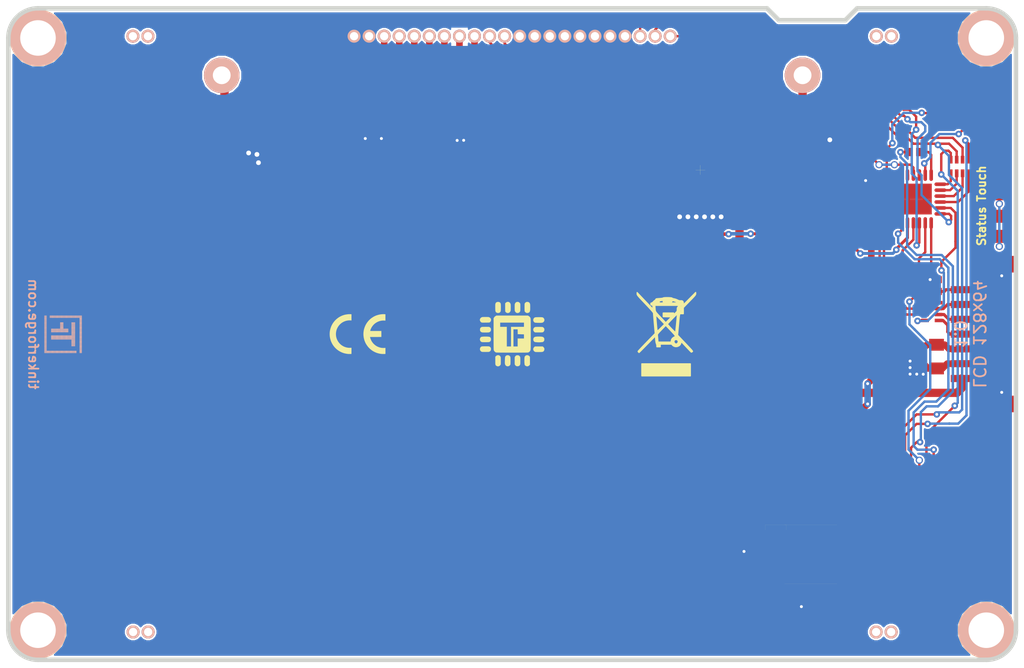
<source format=kicad_pcb>
(kicad_pcb (version 20171130) (host pcbnew 5.0.1-33cea8e~67~ubuntu18.04.1)
  (title_block (title "LCD 128x64 Bricklet") (date 2018-04-06) (rev 1.0) (company "Tinkerforge GmbH") (comment 1 "Licensed under CERN OHL v.1.1") (comment 2 "Copyright (©) 2018, L.Lauer <lukas@tinkerforge.com>"))
  (layers (0 F.Cu signal) (31 B.Cu signal) (34 B.Paste user) (35 F.Paste user) (36 B.SilkS user) (37 F.SilkS user) (38 B.Mask user) (39 F.Mask user) (44 Edge.Cuts user))
  (net 0 "")
  (net 1 GND)
  (net 2 "Net-(C1-Pad1)")
  (net 3 VCC)
  (net 4 "Net-(C7-Pad1)")
  (net 5 "Net-(C9-Pad1)")
  (net 6 "Net-(C9-Pad2)")
  (net 7 "Net-(C10-Pad1)")
  (net 8 "Net-(C10-Pad2)")
  (net 9 "Net-(D1-Pad2)")
  (net 10 "Net-(P1-Pad4)")
  (net 11 "Net-(P1-Pad5)")
  (net 12 "Net-(P1-Pad6)")
  (net 13 "Net-(P2-Pad1)")
  (net 14 "Net-(P3-Pad2)")
  (net 15 "Net-(P4-Pad2)")
  (net 16 "Net-(P4-Pad1)")
  (net 17 "Net-(P4-Pad3)")
  (net 18 "Net-(P4-Pad4)")
  (net 19 SW-BACK)
  (net 20 "Net-(Q1-PadD)")
  (net 21 "Net-(R1-Pad1)")
  (net 22 M-MISO)
  (net 23 "Net-(R7-Pad1)")
  (net 24 S-MISO)
  (net 25 S-MOSI)
  (net 26 S-CLK)
  (net 27 S-CS)
  (net 28 M-CS-TS)
  (net 29 M-CS-LCD)
  (net 30 M-CLK)
  (net 31 "Net-(RP2-Pad5)")
  (net 32 "Net-(RP2-Pad6)")
  (net 33 "Net-(RP2-Pad7)")
  (net 34 "Net-(RP2-Pad8)")
  (net 35 LCD-RST)
  (net 36 TS-BUSY)
  (net 37 PENIRQ)
  (net 38 LCD-CD)
  (net 39 M-MOSI)
  (net 40 "Net-(D2-Pad2)")
  (net 41 "Net-(R8-Pad1)")
  (net 42 +5V)
  (net 43 "Net-(R9-Pad1)")
  (module kicad-libraries:4X0402 (layer F.Cu) (at 177.15 74.65 180)
    (fp_text reference RP2)
    (fp_text value 82)
    (pad 1 smd rect (at -0.7493 0.575) (size 0.29972 0.65) (layers F.Cu F.Paste F.Mask) (net 28 M-CS-TS))
    (pad 2 smd rect (at -0.24892 0.575) (size 0.29972 0.65) (layers F.Cu F.Paste F.Mask) (net 29 M-CS-LCD))
    (pad 3 smd rect (at 0.24892 0.575) (size 0.29972 0.65) (layers F.Cu F.Paste F.Mask) (net 30 M-CLK))
    (pad 4 smd rect (at 0.7493 0.575) (size 0.29972 0.65) (layers F.Cu F.Paste F.Mask) (net 22 M-MISO))
    (pad 5 smd rect (at 0.7493 -0.575 180) (size 0.29972 0.65) (layers F.Cu F.Paste F.Mask) (net 31 "Net-(RP2-Pad5)"))
    (pad 6 smd rect (at 0.24892 -0.575 180) (size 0.29972 0.65) (layers F.Cu F.Paste F.Mask) (net 32 "Net-(RP2-Pad6)"))
    (pad 7 smd rect (at -0.24892 -0.575 180) (size 0.29972 0.65) (layers F.Cu F.Paste F.Mask) (net 33 "Net-(RP2-Pad7)"))
    (pad 8 smd rect (at -0.7493 -0.575 180) (size 0.29972 0.65) (layers F.Cu F.Paste F.Mask) (net 34 "Net-(RP2-Pad8)"))
  )
  (module kicad-libraries:C0402F (layer F.Cu) (at 175.3 84.7 90)
    (fp_text reference C1)
    (fp_text value 220pF)
    (pad 2 smd rect (at 0.5 0 90) (size 0.6 0.7) (layers F.Cu F.Paste F.Mask) (net 1 GND))
    (pad 1 smd rect (at -0.5 0 90) (size 0.6 0.7) (layers F.Cu F.Paste F.Mask) (net 2 "Net-(C1-Pad1)"))
  )
  (module kicad-libraries:C0805 (layer F.Cu) (at 175.2 90.7 270)
    (fp_text reference C2)
    (fp_text value 10uF)
    (pad 1 smd rect (at -1.00076 0 270) (size 1.00076 1.24968) (layers F.Cu F.Paste F.Mask) (net 3 VCC) (clearance 0.14986))
    (pad 2 smd rect (at 1.00076 0 270) (size 1.00076 1.24968) (layers F.Cu F.Paste F.Mask) (net 1 GND) (clearance 0.14986))
  )
  (module kicad-libraries:C0603F (layer F.Cu) (at 173.7 90.7 270)
    (fp_text reference C3)
    (fp_text value 1uF)
    (pad 1 smd rect (at -0.75 0 270) (size 0.9 0.9) (layers F.Cu F.Paste F.Mask) (net 3 VCC))
    (pad 2 smd rect (at 0.75 0 270) (size 0.9 0.9) (layers F.Cu F.Paste F.Mask) (net 1 GND))
  )
  (module kicad-libraries:C0603F (layer F.Cu) (at 169.95 76.59 270)
    (fp_text reference C4)
    (fp_text value 100n)
    (pad 1 smd rect (at -0.75 0 270) (size 0.9 0.9) (layers F.Cu F.Paste F.Mask) (net 1 GND))
    (pad 2 smd rect (at 0.75 0 270) (size 0.9 0.9) (layers F.Cu F.Paste F.Mask) (net 3 VCC))
  )
  (module kicad-libraries:C0603F (layer F.Cu) (at 159.7 106.4 90)
    (fp_text reference C6)
    (fp_text value 100n)
    (pad 1 smd rect (at -0.75 0 90) (size 0.9 0.9) (layers F.Cu F.Paste F.Mask) (net 1 GND))
    (pad 2 smd rect (at 0.75 0 90) (size 0.9 0.9) (layers F.Cu F.Paste F.Mask) (net 3 VCC))
  )
  (module kicad-libraries:R0603F (layer F.Cu) (at 127.01 70.81 270)
    (fp_text reference C7)
    (fp_text value 0,33uF)
    (pad 1 smd rect (at -0.75 0 270) (size 0.9 0.9) (layers F.Cu F.Paste F.Mask) (net 4 "Net-(C7-Pad1)"))
    (pad 2 smd rect (at 0.75 0 270) (size 0.9 0.9) (layers F.Cu F.Paste F.Mask) (net 1 GND))
  )
  (module kicad-libraries:3528-21 (layer F.Cu) (at 155.28 76.34 270)
    (fp_text reference C8)
    (fp_text value 100µF/6.3V)
    (pad 1 smd rect (at -1.40048 0 270) (size 1.59954 2.79908) (layers F.Cu F.Paste F.Mask) (net 42 +5V) (clearance 0.14986))
    (pad 2 smd rect (at 1.40048 0 270) (size 1.59954 2.79908) (layers F.Cu F.Paste F.Mask) (net 1 GND) (clearance 0.14986))
  )
  (module kicad-libraries:C0603F (layer F.Cu) (at 130.53 70.01 180)
    (fp_text reference C9)
    (fp_text value 2,2uF)
    (pad 1 smd rect (at -0.75 0 180) (size 0.9 0.9) (layers F.Cu F.Paste F.Mask) (net 5 "Net-(C9-Pad1)"))
    (pad 2 smd rect (at 0.75 0 180) (size 0.9 0.9) (layers F.Cu F.Paste F.Mask) (net 6 "Net-(C9-Pad2)"))
  )
  (module kicad-libraries:C0603F (layer F.Cu) (at 133.61 70.82 90)
    (fp_text reference C10)
    (fp_text value 2,2uF)
    (pad 1 smd rect (at -0.75 0 90) (size 0.9 0.9) (layers F.Cu F.Paste F.Mask) (net 7 "Net-(C10-Pad1)"))
    (pad 2 smd rect (at 0.75 0 90) (size 0.9 0.9) (layers F.Cu F.Paste F.Mask) (net 8 "Net-(C10-Pad2)"))
  )
  (module kicad-libraries:C0805 (layer F.Cu) (at 136.03 71.54)
    (fp_text reference C12)
    (fp_text value 10uF)
    (pad 1 smd rect (at -1.00076 0) (size 1.00076 1.24968) (layers F.Cu F.Paste F.Mask) (net 1 GND) (clearance 0.14986))
    (pad 2 smd rect (at 1.00076 0) (size 1.00076 1.24968) (layers F.Cu F.Paste F.Mask) (net 3 VCC) (clearance 0.14986))
  )
  (module kicad-libraries:D0603E (layer F.Cu) (at 180.5 79.7 90)
    (fp_text reference D1)
    (fp_text value blue)
    (pad 1 smd rect (at -0.8501 0 90) (size 1.1 1) (layers F.Cu F.Paste F.Mask) (net 3 VCC))
    (pad 2 smd rect (at 0.8501 0 90) (size 1.1 1) (layers F.Cu F.Paste F.Mask) (net 9 "Net-(D1-Pad2)"))
  )
  (module kicad-libraries:CON-SENSOR2 (layer F.Cu) (at 181.9 88.8 90)
    (fp_text reference P1)
    (fp_text value CON-SENSOR2)
    (pad 1 smd rect (at -3.75 -4.6 90) (size 0.6 1.8) (layers F.Cu F.Paste F.Mask) (net 42 +5V))
    (pad 2 smd rect (at -2.5 -4.6 90) (size 0.6 1.8) (layers F.Cu F.Paste F.Mask) (net 1 GND))
    (pad EP smd rect (at -5.9 -1.2 90) (size 1.4 2.4) (layers F.Cu F.Paste F.Mask) (net 1 GND))
    (pad EP smd rect (at 5.9 -1.2 90) (size 1.4 2.4) (layers F.Cu F.Paste F.Mask) (net 1 GND))
    (pad 3 smd rect (at -1.25 -4.6 90) (size 0.6 1.8) (layers F.Cu F.Paste F.Mask) (net 3 VCC))
    (pad 4 smd rect (at 0 -4.6 90) (size 0.6 1.8) (layers F.Cu F.Paste F.Mask) (net 10 "Net-(P1-Pad4)"))
    (pad 5 smd rect (at 1.25 -4.6 90) (size 0.6 1.8) (layers F.Cu F.Paste F.Mask) (net 11 "Net-(P1-Pad5)"))
    (pad 6 smd rect (at 2.5 -4.6 90) (size 0.6 1.8) (layers F.Cu F.Paste F.Mask) (net 12 "Net-(P1-Pad6)"))
    (pad 7 smd rect (at 3.75 -4.6 90) (size 0.6 1.8) (layers F.Cu F.Paste F.Mask) (net 2 "Net-(C1-Pad1)"))
  )
  (module kicad-libraries:DEBUG_PAD (layer F.Cu) (at 172.34 84.17)
    (fp_text reference P2)
    (fp_text value Debug)
    (pad 1 smd circle (at 0 0) (size 0.7 0.7) (layers F.Cu F.Paste F.Mask) (net 13 "Net-(P2-Pad1)"))
  )
  (module kicad-libraries:SolderJumper (layer F.Cu) (at 167.3 72.4)
    (fp_text reference P3)
    (fp_text value BOOT)
    (pad 2 smd rect (at 0.55 0) (size 0.3 1.4) (layers F.Cu F.Mask) (net 14 "Net-(P3-Pad2)"))
    (pad 2 smd rect (at 0.15 0) (size 0.6 0.5) (layers F.Cu F.Mask) (net 14 "Net-(P3-Pad2)"))
    (pad 1 smd rect (at -0.5 0) (size 0.4 1.4) (layers F.Cu F.Mask) (net 1 GND))
    (pad 1 smd rect (at -0.225 0.55) (size 0.95 0.3) (layers F.Cu F.Mask) (net 1 GND))
    (pad 1 smd rect (at -0.225 -0.55) (size 0.95 0.3) (layers F.Cu F.Mask) (net 1 GND))
  )
  (module kicad-libraries:SOT23GDS (layer F.Cu) (at 116.15 75.22 270)
    (fp_text reference Q1)
    (fp_text value 2N7002)
    (pad S smd rect (at -0.889 -1.016 270) (size 0.9144 0.9144) (layers F.Cu F.Paste F.Mask) (net 1 GND))
    (pad G smd rect (at 0.889 -1.016 270) (size 0.9144 0.9144) (layers F.Cu F.Paste F.Mask) (net 19 SW-BACK))
    (pad D smd rect (at 0 1.016 270) (size 0.9144 0.9144) (layers F.Cu F.Paste F.Mask) (net 20 "Net-(Q1-PadD)"))
  )
  (module kicad-libraries:R0603F (layer F.Cu) (at 179 72 270)
    (fp_text reference R1)
    (fp_text value 1k)
    (pad 1 smd rect (at -0.75 0 270) (size 0.9 0.9) (layers F.Cu F.Paste F.Mask) (net 21 "Net-(R1-Pad1)"))
    (pad 2 smd rect (at 0.75 0 270) (size 0.9 0.9) (layers F.Cu F.Paste F.Mask) (net 9 "Net-(D1-Pad2)"))
  )
  (module kicad-libraries:R0603F (layer F.Cu) (at 128.37 70.81 270)
    (fp_text reference R6)
    (fp_text value 10M)
    (pad 1 smd rect (at -0.75 0 270) (size 0.9 0.9) (layers F.Cu F.Paste F.Mask) (net 4 "Net-(C7-Pad1)"))
    (pad 2 smd rect (at 0.75 0 270) (size 0.9 0.9) (layers F.Cu F.Paste F.Mask) (net 1 GND))
  )
  (module kicad-libraries:R0402F (layer F.Cu) (at 173.28 73.43 180)
    (fp_text reference R7)
    (fp_text value 82)
    (pad 2 smd rect (at 0.5 0 180) (size 0.6 0.7) (layers F.Cu F.Paste F.Mask) (net 39 M-MOSI))
    (pad 1 smd rect (at -0.5 0 180) (size 0.6 0.7) (layers F.Cu F.Paste F.Mask) (net 23 "Net-(R7-Pad1)"))
  )
  (module kicad-libraries:4X0402 (layer F.Cu) (at 174.8 86.9 90)
    (fp_text reference RP1)
    (fp_text value 82)
    (pad 1 smd rect (at -0.7493 0.575 270) (size 0.29972 0.65) (layers F.Cu F.Paste F.Mask) (net 10 "Net-(P1-Pad4)"))
    (pad 2 smd rect (at -0.24892 0.575 270) (size 0.29972 0.65) (layers F.Cu F.Paste F.Mask) (net 11 "Net-(P1-Pad5)"))
    (pad 3 smd rect (at 0.24892 0.575 270) (size 0.29972 0.65) (layers F.Cu F.Paste F.Mask) (net 12 "Net-(P1-Pad6)"))
    (pad 4 smd rect (at 0.7493 0.575 270) (size 0.29972 0.65) (layers F.Cu F.Paste F.Mask) (net 2 "Net-(C1-Pad1)"))
    (pad 5 smd rect (at 0.7493 -0.575 90) (size 0.29972 0.65) (layers F.Cu F.Paste F.Mask) (net 24 S-MISO))
    (pad 6 smd rect (at 0.24892 -0.575 90) (size 0.29972 0.65) (layers F.Cu F.Paste F.Mask) (net 25 S-MOSI))
    (pad 7 smd rect (at -0.24892 -0.575 90) (size 0.29972 0.65) (layers F.Cu F.Paste F.Mask) (net 26 S-CLK))
    (pad 8 smd rect (at -0.7493 -0.575 90) (size 0.29972 0.65) (layers F.Cu F.Paste F.Mask) (net 27 S-CS))
  )
  (module kicad-libraries:QFN24-4x4mm-0.5mm (layer F.Cu) (at 173.5 77.4 270)
    (fp_text reference U1)
    (fp_text value XMC130024)
    (pad 1 smd oval (at -2.025 -1.25 270) (size 1 0.3) (layers F.Cu F.Paste F.Mask) (net 23 "Net-(R7-Pad1)"))
    (pad 2 smd oval (at -2.025 -0.75 270) (size 1 0.3) (layers F.Cu F.Paste F.Mask) (net 21 "Net-(R1-Pad1)"))
    (pad 3 smd oval (at -2.025 -0.25 270) (size 1 0.3) (layers F.Cu F.Paste F.Mask))
    (pad 4 smd oval (at -2.025 0.25 270) (size 1 0.3) (layers F.Cu F.Paste F.Mask) (net 14 "Net-(P3-Pad2)"))
    (pad 5 smd oval (at -2.025 0.75 270) (size 1 0.3) (layers F.Cu F.Paste F.Mask))
    (pad 6 smd oval (at -2.025 1.25 270) (size 1 0.3) (layers F.Cu F.Paste F.Mask))
    (pad 7 smd oval (at -1.25 2.025) (size 1 0.3) (layers F.Cu F.Paste F.Mask) (net 41 "Net-(R8-Pad1)"))
    (pad 8 smd oval (at -0.75 2.025) (size 1 0.3) (layers F.Cu F.Paste F.Mask))
    (pad 9 smd oval (at -0.25 2.025) (size 1 0.3) (layers F.Cu F.Paste F.Mask) (net 1 GND))
    (pad 10 smd oval (at 0.25 2.025) (size 1 0.3) (layers F.Cu F.Paste F.Mask) (net 3 VCC))
    (pad 11 smd oval (at 0.75 2.025) (size 1 0.3) (layers F.Cu F.Paste F.Mask) (net 26 S-CLK))
    (pad 12 smd oval (at 1.25 2.025) (size 1 0.3) (layers F.Cu F.Paste F.Mask) (net 25 S-MOSI))
    (pad 13 smd oval (at 2.025 1.25 270) (size 1 0.3) (layers F.Cu F.Paste F.Mask) (net 37 PENIRQ))
    (pad 14 smd oval (at 2.025 0.75 270) (size 1 0.3) (layers F.Cu F.Paste F.Mask) (net 19 SW-BACK))
    (pad 15 smd oval (at 2.025 0.25 270) (size 1 0.3) (layers F.Cu F.Paste F.Mask) (net 13 "Net-(P2-Pad1)"))
    (pad 16 smd oval (at 2.025 -0.25 270) (size 1 0.3) (layers F.Cu F.Paste F.Mask) (net 38 LCD-CD))
    (pad 17 smd oval (at 2.025 -0.75 270) (size 1 0.3) (layers F.Cu F.Paste F.Mask) (net 36 TS-BUSY))
    (pad 18 smd oval (at 2.025 -1.25 270) (size 1 0.3) (layers F.Cu F.Paste F.Mask) (net 24 S-MISO))
    (pad 19 smd oval (at 1.25 -2.025) (size 1 0.3) (layers F.Cu F.Paste F.Mask) (net 35 LCD-RST))
    (pad 20 smd oval (at 0.75 -2.025) (size 1 0.3) (layers F.Cu F.Paste F.Mask) (net 27 S-CS))
    (pad 21 smd oval (at 0.25 -2.025) (size 1 0.3) (layers F.Cu F.Paste F.Mask) (net 34 "Net-(RP2-Pad8)"))
    (pad 22 smd oval (at -0.25 -2.025) (size 1 0.3) (layers F.Cu F.Paste F.Mask) (net 33 "Net-(RP2-Pad7)"))
    (pad 23 smd oval (at -0.75 -2.025) (size 1 0.3) (layers F.Cu F.Paste F.Mask) (net 32 "Net-(RP2-Pad6)"))
    (pad 24 smd oval (at -1.25 -2.025) (size 1 0.3) (layers F.Cu F.Paste F.Mask) (net 31 "Net-(RP2-Pad5)"))
    (pad EXP smd rect (at 0.65 0.65 270) (size 1.3 1.3) (layers F.Cu F.Paste F.Mask) (net 1 GND))
    (pad EXP smd rect (at 0.65 -0.65 270) (size 1.3 1.3) (layers F.Cu F.Paste F.Mask) (net 1 GND))
    (pad EXP smd rect (at -0.65 0.65 270) (size 1.3 1.3) (layers F.Cu F.Paste F.Mask) (net 1 GND))
    (pad EXP smd rect (at -0.65 -0.65 270) (size 1.3 1.3) (layers F.Cu F.Paste F.Mask) (net 1 GND))
  )
  (module kicad-libraries:DRILL_NP (layer F.Cu) (at 99.4 63.8)
    (fp_text reference U4 hide)
    (fp_text value DRILL hide)
    (pad "" np_thru_hole circle (at 0 0) (size 2.99974 2.99974) (drill 2.99974) (layers *.Cu *.Mask F.SilkS) (clearance 0.89916))
  )
  (module kicad-libraries:DRILL_NP (layer F.Cu) (at 179.4 63.8)
    (fp_text reference U5 hide)
    (fp_text value DRILL hide)
    (pad "" np_thru_hole circle (at 0 0) (size 2.99974 2.99974) (drill 2.99974) (layers *.Cu *.Mask F.SilkS) (clearance 0.89916))
  )
  (module kicad-libraries:DRILL_NP (layer F.Cu) (at 99.4 113.8)
    (fp_text reference U6 hide)
    (fp_text value DRILL hide)
    (pad "" np_thru_hole circle (at 0 0) (size 2.99974 2.99974) (drill 2.99974) (layers *.Cu *.Mask F.SilkS) (clearance 0.89916))
  )
  (module kicad-libraries:DRILL_NP (layer F.Cu) (at 179.4 113.8)
    (fp_text reference U7 hide)
    (fp_text value DRILL hide)
    (pad "" np_thru_hole circle (at 0 0) (size 2.99974 2.99974) (drill 2.99974) (layers *.Cu *.Mask F.SilkS) (clearance 0.89916))
  )
  (module kicad-libraries:TSSOP16 (layer F.Cu) (at 164.6 107.4 270)
    (fp_text reference U2)
    (fp_text value TSC2046E)
    (pad 1 smd rect (at -2.2733 2.97434 90) (size 0.4191 1.778) (layers F.Cu F.Paste F.Mask) (net 3 VCC))
    (pad 2 smd rect (at -1.62306 2.97434 90) (size 0.4191 1.778) (layers F.Cu F.Paste F.Mask) (net 16 "Net-(P4-Pad1)"))
    (pad 3 smd rect (at -0.97282 2.97434 90) (size 0.4191 1.778) (layers F.Cu F.Paste F.Mask) (net 15 "Net-(P4-Pad2)"))
    (pad 4 smd rect (at -0.32258 2.97434 90) (size 0.4191 1.778) (layers F.Cu F.Paste F.Mask) (net 17 "Net-(P4-Pad3)"))
    (pad 5 smd rect (at 0.32258 2.97434 90) (size 0.4191 1.778) (layers F.Cu F.Paste F.Mask) (net 18 "Net-(P4-Pad4)"))
    (pad 6 smd rect (at 0.97282 2.97434 90) (size 0.4191 1.778) (layers F.Cu F.Paste F.Mask) (net 1 GND))
    (pad 7 smd rect (at 1.62306 2.97434 90) (size 0.4191 1.778) (layers F.Cu F.Paste F.Mask) (net 3 VCC))
    (pad 8 smd rect (at 2.2733 2.97434 90) (size 0.4191 1.778) (layers F.Cu F.Paste F.Mask))
    (pad 9 smd rect (at 2.2733 -2.97434 270) (size 0.4191 1.778) (layers F.Cu F.Paste F.Mask))
    (pad 10 smd rect (at 1.62306 -2.97434 270) (size 0.4191 1.778) (layers F.Cu F.Paste F.Mask) (net 3 VCC))
    (pad 11 smd rect (at 0.97282 -2.97434 270) (size 0.4191 1.778) (layers F.Cu F.Paste F.Mask) (net 37 PENIRQ))
    (pad 12 smd rect (at 0.32258 -2.97434 270) (size 0.4191 1.778) (layers F.Cu F.Paste F.Mask) (net 22 M-MISO))
    (pad 13 smd rect (at -0.32258 -2.97434 270) (size 0.4191 1.778) (layers F.Cu F.Paste F.Mask) (net 36 TS-BUSY))
    (pad 14 smd rect (at -0.97282 -2.97434 270) (size 0.4191 1.778) (layers F.Cu F.Paste F.Mask) (net 39 M-MOSI))
    (pad 15 smd rect (at -1.62306 -2.97434 270) (size 0.4191 1.778) (layers F.Cu F.Paste F.Mask) (net 28 M-CS-TS))
    (pad 16 smd rect (at -2.2733 -2.97434 270) (size 0.4191 1.778) (layers F.Cu F.Paste F.Mask) (net 30 M-CLK))
  )
  (module kicad-libraries:C0603F (layer F.Cu) (at 135.82 70.02)
    (fp_text reference C11)
    (fp_text value 100n)
    (pad 1 smd rect (at -0.75 0) (size 0.9 0.9) (layers F.Cu F.Paste F.Mask) (net 1 GND))
    (pad 2 smd rect (at 0.75 0) (size 0.9 0.9) (layers F.Cu F.Paste F.Mask) (net 3 VCC))
  )
  (module kicad-libraries:Logo_31x31 (layer B.Cu) (at 103.1 90.4 90)
    (fp_text reference G*** hide)
    (fp_text value Logo_31x31 hide)
  )
  (module kicad-libraries:WEEE_7mm (layer F.Cu) (at 152.4 88.8)
    (fp_text reference VAL hide)
    (fp_text value WEEE_7mm hide)
  )
  (module kicad-libraries:Logo_CoMCU (layer F.Cu) (at 139.4 88.8)
    (fp_text reference G*** hide)
    (fp_text value LOGO hide)
  )
  (module kicad-libraries:CE_5mm (layer F.Cu) (at 126.4 88.8)
    (fp_text reference VAL hide)
    (fp_text value CE_5mm hide)
  )
  (module kicad-libraries:Fiducial_Mark (layer F.Cu) (at 178.4 68.8)
    (fp_text reference Fiducial_Mark hide)
    (fp_text value VAL** hide)
    (pad 1 smd circle (at 0 0) (size 1.00076 1.00076) (layers F.Cu F.Paste F.Mask) (clearance 0.65024))
  )
  (module kicad-libraries:Fiducial_Mark (layer F.Cu) (at 99.4 73.8)
    (fp_text reference Fiducial_Mark hide)
    (fp_text value VAL** hide)
    (pad 1 smd circle (at 0 0) (size 1.00076 1.00076) (layers F.Cu F.Paste F.Mask) (clearance 0.65024))
  )
  (module kicad-libraries:Fiducial_Mark (layer F.Cu) (at 102.4 108.8)
    (fp_text reference Fiducial_Mark hide)
    (fp_text value VAL** hide)
    (pad 1 smd circle (at 0 0) (size 1.00076 1.00076) (layers F.Cu F.Paste F.Mask) (clearance 0.65024))
  )
  (module kicad-libraries:Fiducial_Mark (layer F.Cu) (at 176.4 110.8)
    (fp_text reference Fiducial_Mark hide)
    (fp_text value VAL** hide)
    (pad 1 smd circle (at 0 0) (size 1.00076 1.00076) (layers F.Cu F.Paste F.Mask) (clearance 0.65024))
  )
  (module kicad-libraries:D0603E (layer F.Cu) (at 180.5 76.1 90)
    (fp_text reference D2)
    (fp_text value green)
    (pad 1 smd rect (at -0.8501 0 90) (size 1.1 1) (layers F.Cu F.Paste F.Mask) (net 3 VCC))
    (pad 2 smd rect (at 0.8501 0 90) (size 1.1 1) (layers F.Cu F.Paste F.Mask) (net 40 "Net-(D2-Pad2)"))
  )
  (module kicad-libraries:R0603F (layer F.Cu) (at 180.5 72 270)
    (fp_text reference R8)
    (fp_text value 1k)
    (pad 1 smd rect (at -0.75 0 270) (size 0.9 0.9) (layers F.Cu F.Paste F.Mask) (net 41 "Net-(R8-Pad1)"))
    (pad 2 smd rect (at 0.75 0 270) (size 0.9 0.9) (layers F.Cu F.Paste F.Mask) (net 40 "Net-(D2-Pad2)"))
  )
  (module kicad-libraries:C0805 (layer F.Cu) (at 164.8 110.9)
    (fp_text reference C5)
    (fp_text value 10uF)
    (pad 1 smd rect (at -1.00076 0) (size 1.00076 1.24968) (layers F.Cu F.Paste F.Mask) (net 1 GND) (clearance 0.14986))
    (pad 2 smd rect (at 1.00076 0) (size 1.00076 1.24968) (layers F.Cu F.Paste F.Mask) (net 3 VCC) (clearance 0.14986))
  )
  (module R1206 (layer F.Cu) (at 156.74 72.44 180)
    (fp_text reference R9)
    (fp_text value 27|22)
    (pad 1 smd rect (at -1.50114 0 180) (size 1.00076 1.6002) (layers F.Cu F.Paste F.Mask) (net 43 "Net-(R9-Pad1)"))
    (pad 2 smd rect (at 1.50114 0 180) (size 1.00076 1.6002) (layers F.Cu F.Paste F.Mask) (net 42 +5V))
  )
  (module kicad-libraries:ER-CON04HB-2 (layer F.Cu) (at 164.7 103.2 180)
    (fp_text reference P4)
    (fp_text value CON_4Wire_ER-TP028-1)
    (pad EP smd rect (at 4.3 2.15 180) (size 2 2.5) (layers F.Cu F.Paste F.Mask))
    (pad EP smd rect (at -4.3 2.15 180) (size 2 2.5) (layers F.Cu F.Paste F.Mask))
    (pad 2 smd rect (at 0.5 0 180) (size 0.6 2) (layers F.Cu F.Paste F.Mask) (net 15 "Net-(P4-Pad2)"))
    (pad 1 smd rect (at 1.5 0 180) (size 0.6 2) (layers F.Cu F.Paste F.Mask) (net 16 "Net-(P4-Pad1)"))
    (pad 3 smd rect (at -0.5 0 180) (size 0.6 2) (layers F.Cu F.Paste F.Mask) (net 17 "Net-(P4-Pad3)"))
    (pad 4 smd rect (at -1.5 0 180) (size 0.6 2) (layers F.Cu F.Paste F.Mask) (net 18 "Net-(P4-Pad4)"))
  )
  (module kicad-libraries:ERC12864-655_128x64 (layer B.Cu) (at 139.4 88.8 180)
    (fp_text reference U3)
    (fp_text value LCD-ERC12864)
    (pad NC thru_hole circle (at -31.975 -25.15 180) (size 1.1 1.1) (drill 0.7) (layers *.Cu *.Mask B.SilkS))
    (pad NC thru_hole circle (at 31.975 -25.15 180) (size 1.1 1.1) (drill 0.7) (layers *.Cu *.Mask B.SilkS))
    (pad NC thru_hole circle (at 30.705 -25.15 180) (size 1.1 1.1) (drill 0.7) (layers *.Cu *.Mask B.SilkS))
    (pad NC thru_hole circle (at -30.705 -25.15 180) (size 1.1 1.1) (drill 0.7) (layers *.Cu *.Mask B.SilkS))
    (pad NC thru_hole circle (at -31.995 25.15 180) (size 1.1 1.1) (drill 0.7) (layers *.Cu *.Mask B.SilkS))
    (pad NC thru_hole circle (at -30.725 25.15 180) (size 1.1 1.1) (drill 0.7) (layers *.Cu *.Mask B.SilkS))
    (pad NC thru_hole circle (at 31.995 25.15 180) (size 1.1 1.1) (drill 0.7) (layers *.Cu *.Mask B.SilkS))
    (pad NC thru_hole circle (at 30.725 25.15 180) (size 1.1 1.1) (drill 0.7) (layers *.Cu *.Mask B.SilkS))
    (pad 1 thru_hole circle (at -13.335 25.15 180) (size 1.1 1.1) (drill 0.7) (layers *.Cu *.Mask B.SilkS) (net 29 M-CS-LCD))
    (pad 2 thru_hole circle (at -12.065 25.15 180) (size 1.1 1.1) (drill 0.7) (layers *.Cu *.Mask B.SilkS) (net 35 LCD-RST))
    (pad 3 thru_hole circle (at -10.795 25.15 180) (size 1.1 1.1) (drill 0.7) (layers *.Cu *.Mask B.SilkS) (net 38 LCD-CD))
    (pad 4 thru_hole circle (at -9.525 25.15 180) (size 1.1 1.1) (drill 0.7) (layers *.Cu *.Mask B.SilkS) (net 1 GND))
    (pad 5 thru_hole circle (at -8.255 25.15 180) (size 1.1 1.1) (drill 0.7) (layers *.Cu *.Mask B.SilkS) (net 1 GND))
    (pad 6 thru_hole circle (at -6.985 25.15 180) (size 1.1 1.1) (drill 0.7) (layers *.Cu *.Mask B.SilkS) (net 1 GND))
    (pad 7 thru_hole circle (at -5.715 25.15 180) (size 1.1 1.1) (drill 0.7) (layers *.Cu *.Mask B.SilkS) (net 1 GND))
    (pad 8 thru_hole circle (at -4.445 25.15 180) (size 1.1 1.1) (drill 0.7) (layers *.Cu *.Mask B.SilkS) (net 1 GND))
    (pad 9 thru_hole circle (at -3.175 25.15 180) (size 1.1 1.1) (drill 0.7) (layers *.Cu *.Mask B.SilkS) (net 1 GND))
    (pad 10 thru_hole circle (at -1.905 25.15 180) (size 1.1 1.1) (drill 0.7) (layers *.Cu *.Mask B.SilkS) (net 1 GND))
    (pad 11 thru_hole circle (at -0.635 25.15 180) (size 1.1 1.1) (drill 0.7) (layers *.Cu *.Mask B.SilkS) (net 1 GND))
    (pad 12 thru_hole circle (at 0.635 25.15 180) (size 1.1 1.1) (drill 0.7) (layers *.Cu *.Mask B.SilkS) (net 30 M-CLK))
    (pad 13 thru_hole circle (at 1.905 25.15 180) (size 1.1 1.1) (drill 0.7) (layers *.Cu *.Mask B.SilkS) (net 39 M-MOSI))
    (pad 14 thru_hole circle (at 3.175 25.15 180) (size 1.1 1.1) (drill 0.7) (layers *.Cu *.Mask B.SilkS) (net 3 VCC))
    (pad 15 thru_hole circle (at 4.445 25.15 180) (size 1.1 1.1) (drill 0.7) (layers *.Cu *.Mask B.SilkS) (net 1 GND))
    (pad 16 thru_hole circle (at 5.715 25.15 180) (size 1.1 1.1) (drill 0.7) (layers *.Cu *.Mask B.SilkS) (net 8 "Net-(C10-Pad2)"))
    (pad 17 thru_hole circle (at 6.985 25.15 180) (size 1.1 1.1) (drill 0.7) (layers *.Cu *.Mask B.SilkS) (net 7 "Net-(C10-Pad1)"))
    (pad 18 thru_hole circle (at 8.255 25.15 180) (size 1.1 1.1) (drill 0.7) (layers *.Cu *.Mask B.SilkS) (net 5 "Net-(C9-Pad1)"))
    (pad 19 thru_hole circle (at 9.525 25.15 180) (size 1.1 1.1) (drill 0.7) (layers *.Cu *.Mask B.SilkS) (net 6 "Net-(C9-Pad2)"))
    (pad 20 thru_hole circle (at 10.795 25.15 180) (size 1.1 1.1) (drill 0.7) (layers *.Cu *.Mask B.SilkS) (net 4 "Net-(C7-Pad1)"))
    (pad 21 thru_hole circle (at 12.065 25.15 180) (size 1.1 1.1) (drill 0.7) (layers *.Cu *.Mask B.SilkS) (net 1 GND))
    (pad 22 thru_hole circle (at 13.335 25.15 180) (size 1.1 1.1) (drill 0.7) (layers *.Cu *.Mask B.SilkS) (net 1 GND))
    (pad 23 thru_hole circle (at -24.5 21.85 180) (size 3 3) (drill 1.5) (layers *.Cu *.Mask B.SilkS) (net 43 "Net-(R9-Pad1)"))
    (pad 24 thru_hole circle (at 24.5 21.85 180) (size 3 3) (drill 1.5) (layers *.Cu *.Mask B.SilkS) (net 20 "Net-(Q1-PadD)"))
  )
  (gr_line (start 168.5 61.3) (end 179.4 61.3) (angle 90) (layer Edge.Cuts) (width 0.381))
  (gr_line (start 167.5 62.3) (end 168.5 61.3) (angle 90) (layer Edge.Cuts) (width 0.381))
  (gr_line (start 160.9 61.3) (end 99.4 61.3) (angle 90) (layer Edge.Cuts) (width 0.381))
  (gr_line (start 161.9 62.3) (end 160.9 61.3) (angle 90) (layer Edge.Cuts) (width 0.381))
  (gr_line (start 161.9 62.3) (end 167.5 62.3) (angle 90) (layer Edge.Cuts) (width 0.381))
  (gr_line (start 96.9 63.8) (end 96.9 113.8) (angle 90) (layer Edge.Cuts) (width 0.381))
  (gr_line (start 181.9 113.8) (end 181.9 63.8) (angle 90) (layer Edge.Cuts) (width 0.381))
  (gr_line (start 99.4 116.3) (end 179.4 116.3) (angle 90) (layer Edge.Cuts) (width 0.381))
  (gr_arc (start 99.4 113.8) (end 99.4 116.3) (angle 90) (layer Edge.Cuts) (width 0.381))
  (gr_arc (start 179.4 113.8) (end 181.9 113.8) (angle 90) (layer Edge.Cuts) (width 0.381))
  (gr_arc (start 179.4 63.8) (end 179.4 61.3) (angle 90) (layer Edge.Cuts) (width 0.381))
  (gr_arc (start 99.4 63.8) (end 96.9 63.8) (angle 90) (layer Edge.Cuts) (width 0.381))
  (gr_text Touch (at 179 76.1 90) (layer F.SilkS) (effects (font (size 0.7 0.7))))
  (gr_text "LCD 128x64\n1.0\n" (at 178 88.8 270) (layer B.SilkS) (effects (font (size 1 1)) (justify mirror)))
  (gr_text tinkerforge.com (at 99 88.8 270) (layer B.SilkS) (effects (font (size 0.8 0.8)) (justify mirror)))
  (gr_text Status (at 179 79.7 90) (layer F.SilkS) (effects (font (size 0.7 0.7))))
  (segment (start 166.8 72.4) (end 166.2 72.4) (width 0.3) (layer F.Cu) (net 1))
  (via (at 166.2 72.4) (size 0.6) (drill 0.4) (layers F.Cu B.Cu) (net 1))
  (segment (start 166.8 72.4) (end 166.8 72.9) (width 0.2) (layer F.Cu) (net 1))
  (segment (start 166.8 72.9) (end 166.9 73) (width 0.2) (layer F.Cu) (net 1))
  (segment (start 166.9 73) (end 167.1 73) (width 0.2) (layer F.Cu) (net 1))
  (segment (start 167.1 73) (end 167.075 72.95) (width 0.2) (layer F.Cu) (net 1))
  (segment (start 167.075 71.85) (end 166.85 71.85) (width 0.2) (layer F.Cu) (net 1))
  (segment (start 166.85 71.85) (end 166.8 71.9) (width 0.2) (layer F.Cu) (net 1))
  (segment (start 166.8 71.9) (end 166.8 72.4) (width 0.2) (layer F.Cu) (net 1))
  (segment (start 175.3 84.2) (end 174.660002 84.2) (width 0.55) (layer F.Cu) (net 1))
  (segment (start 174.660002 84.2) (end 174.64 84.2) (width 0.55) (layer B.Cu) (net 1))
  (via (at 174.660002 84.2) (size 0.55) (drill 0.25) (layers F.Cu B.Cu) (net 1))
  (segment (start 154.93 78.9) (end 157.03 78.9) (width 0.7) (layer F.Cu) (net 1))
  (via (at 157.03 78.9) (size 0.7) (drill 0.4) (layers F.Cu B.Cu) (net 1))
  (segment (start 157.03 78.9) (end 155.87048 77.74048) (width 0.7) (layer F.Cu) (net 1))
  (via (at 154.93 78.9) (size 0.7) (drill 0.4) (layers F.Cu B.Cu) (net 1))
  (segment (start 156.33 78.9) (end 155.63 78.9) (width 0.7) (layer F.Cu) (net 1))
  (via (at 156.33 78.9) (size 0.7) (drill 0.4) (layers F.Cu B.Cu) (net 1))
  (segment (start 155.28 77.85) (end 156.33 78.9) (width 0.7) (layer F.Cu) (net 1))
  (segment (start 155.63 78.9) (end 155.28 78.55) (width 0.7) (layer F.Cu) (net 1))
  (via (at 155.63 78.9) (size 0.7) (drill 0.4) (layers F.Cu B.Cu) (net 1))
  (via (at 154.23 78.9) (size 0.7) (drill 0.4) (layers F.Cu B.Cu) (net 1))
  (segment (start 154.23 78.9) (end 154.93 78.9) (width 0.7) (layer F.Cu) (net 1))
  (segment (start 154.93 78.9) (end 155.28 78.55) (width 0.7) (layer F.Cu) (net 1))
  (segment (start 153.53 78.9) (end 154.23 78.9) (width 0.7) (layer F.Cu) (net 1))
  (segment (start 155.28 77.85) (end 154.23 78.9) (width 0.7) (layer F.Cu) (net 1))
  (via (at 153.53 78.9) (size 0.7) (drill 0.4) (layers F.Cu B.Cu) (net 1))
  (segment (start 153.53 78.9) (end 154.68952 77.74048) (width 0.7) (layer F.Cu) (net 1))
  (segment (start 155.28 77.74048) (end 155.87048 77.74048) (width 0.7) (layer F.Cu) (net 1))
  (segment (start 155.28 77.74048) (end 155.28 77.85) (width 0.7) (layer F.Cu) (net 1))
  (segment (start 155.28 77.74048) (end 155.28 78.55) (width 0.7) (layer F.Cu) (net 1))
  (segment (start 155.28 77.74048) (end 154.68952 77.74048) (width 0.7) (layer F.Cu) (net 1))
  (segment (start 128.37 71.56) (end 128.37 72.29) (width 0.55) (layer F.Cu) (net 1))
  (via (at 128.37 72.29) (size 0.55) (drill 0.25) (layers F.Cu B.Cu) (net 1))
  (segment (start 127.01 71.56) (end 127.01 72.29) (width 0.55) (layer F.Cu) (net 1))
  (via (at 127.01 72.29) (size 0.55) (drill 0.25) (layers F.Cu B.Cu) (net 1))
  (segment (start 134.76 72.45) (end 135.3 72.45) (width 0.55) (layer F.Cu) (net 1))
  (segment (start 135.02924 72.18076) (end 134.76 72.45) (width 0.55) (layer F.Cu) (net 1))
  (via (at 134.76 72.45) (size 0.55) (drill 0.25) (layers F.Cu B.Cu) (net 1))
  (segment (start 135.02924 71.54) (end 135.02924 72.18076) (width 0.55) (layer F.Cu) (net 1))
  (via (at 135.31 72.44) (size 0.55) (drill 0.25) (layers F.Cu B.Cu) (net 1))
  (segment (start 135.31 72.44) (end 135.02924 72.15924) (width 0.55) (layer F.Cu) (net 1))
  (segment (start 135.3 72.45) (end 135.31 72.44) (width 0.55) (layer F.Cu) (net 1))
  (segment (start 135.07 70.02) (end 135.07 71.49924) (width 0.55) (layer F.Cu) (net 1))
  (segment (start 135.07 71.49924) (end 135.02924 71.54) (width 0.55) (layer F.Cu) (net 1))
  (segment (start 134.955 63.65) (end 134.955 69.845) (width 0.55) (layer F.Cu) (net 1))
  (segment (start 134.955 69.845) (end 135.13 70.02) (width 0.55) (layer F.Cu) (net 1))
  (segment (start 172.85 78.05) (end 174.15 78.05) (width 0.2) (layer F.Cu) (net 1))
  (segment (start 172.85 78.05) (end 172.85 76.75) (width 0.2) (layer F.Cu) (net 1))
  (segment (start 172.85 76.75) (end 174.15 76.75) (width 0.2) (layer F.Cu) (net 1))
  (segment (start 174.15 76.75) (end 174.15 78.05) (width 0.2) (layer F.Cu) (net 1))
  (segment (start 171.475 77.15) (end 172.45 77.15) (width 0.2) (layer F.Cu) (net 1))
  (segment (start 172.45 77.15) (end 172.85 76.75) (width 0.2) (layer F.Cu) (net 1))
  (segment (start 117.166 74.331) (end 117.169 74.331) (width 0.7) (layer F.Cu) (net 1))
  (via (at 117.87 73.63) (size 0.7) (drill 0.4) (layers F.Cu B.Cu) (net 1))
  (segment (start 117.999 74.331) (end 117.166 74.331) (width 0.7) (layer F.Cu) (net 1))
  (via (at 118 74.33) (size 0.7) (drill 0.4) (layers F.Cu B.Cu) (net 1))
  (segment (start 117.999 74.331) (end 118 74.33) (width 0.7) (layer F.Cu) (net 1))
  (segment (start 117.166 74.331) (end 117.166 73.514) (width 0.7) (layer F.Cu) (net 1))
  (via (at 117.17 73.51) (size 0.7) (drill 0.4) (layers F.Cu B.Cu) (net 1))
  (segment (start 117.166 73.514) (end 117.17 73.51) (width 0.7) (layer F.Cu) (net 1))
  (segment (start 117.169 74.331) (end 117.87 73.63) (width 0.7) (layer F.Cu) (net 1))
  (segment (start 169.95 75.84) (end 169.22 75.84) (width 0.55) (layer F.Cu) (net 1))
  (via (at 169.22 75.84) (size 0.55) (drill 0.25) (layers F.Cu B.Cu) (net 1))
  (segment (start 171.475 77.15) (end 171 77.15) (width 0.2) (layer F.Cu) (net 1))
  (segment (start 171 77.15) (end 170.67 76.82) (width 0.2) (layer F.Cu) (net 1))
  (segment (start 170.67 76.82) (end 170.67 76.16) (width 0.2) (layer F.Cu) (net 1))
  (segment (start 170.67 76.16) (end 170.35 75.84) (width 0.2) (layer F.Cu) (net 1))
  (segment (start 170.35 75.84) (end 169.95 75.84) (width 0.2) (layer F.Cu) (net 1))
  (segment (start 180.7 94.7) (end 180.7 93.72) (width 0.55) (layer F.Cu) (net 1))
  (via (at 180.7 93.72) (size 0.55) (drill 0.25) (layers F.Cu B.Cu) (net 1))
  (segment (start 180.7 82.9) (end 180.7 83.88) (width 0.55) (layer F.Cu) (net 1))
  (via (at 180.7 83.88) (size 0.55) (drill 0.25) (layers F.Cu B.Cu) (net 1))
  (segment (start 172.97 92.18) (end 172.97 91.63) (width 0.55) (layer F.Cu) (net 1))
  (via (at 172.97 91.63) (size 0.55) (drill 0.25) (layers F.Cu B.Cu) (net 1))
  (segment (start 172.97 91.08) (end 173.34 91.45) (width 0.55) (layer F.Cu) (net 1))
  (via (at 172.97 91.08) (size 0.55) (drill 0.25) (layers F.Cu B.Cu) (net 1))
  (segment (start 172.97 91.08) (end 172.97 91.63) (width 0.55) (layer F.Cu) (net 1))
  (segment (start 173.7 91.45) (end 173.15 91.45) (width 0.55) (layer F.Cu) (net 1))
  (segment (start 173.15 91.45) (end 172.97 91.63) (width 0.55) (layer F.Cu) (net 1))
  (via (at 172.97 92.18) (size 0.55) (drill 0.25) (layers F.Cu B.Cu) (net 1))
  (segment (start 173.53 92.18) (end 174.07 92.18) (width 0.55) (layer F.Cu) (net 1))
  (via (at 174.08 92.19) (size 0.55) (drill 0.25) (layers F.Cu B.Cu) (net 1))
  (segment (start 174.08 92.19) (end 173.7 91.81) (width 0.55) (layer F.Cu) (net 1))
  (via (at 173.53 92.18) (size 0.55) (drill 0.25) (layers F.Cu B.Cu) (net 1))
  (segment (start 174.07 92.18) (end 174.08 92.19) (width 0.55) (layer F.Cu) (net 1))
  (segment (start 173.53 92.18) (end 172.97 92.18) (width 0.55) (layer F.Cu) (net 1))
  (segment (start 173.7 92.01) (end 173.53 92.18) (width 0.55) (layer F.Cu) (net 1))
  (segment (start 173.7 91.45) (end 173.7 92.01) (width 0.55) (layer F.Cu) (net 1))
  (segment (start 172.97 92.18) (end 173.7 91.45) (width 0.55) (layer F.Cu) (net 1))
  (segment (start 173.7 91.45) (end 173.7 91.81) (width 0.55) (layer F.Cu) (net 1))
  (segment (start 175.2 91.70076) (end 174.50076 91.70076) (width 0.55) (layer F.Cu) (net 1))
  (segment (start 174.25 91.45) (end 173.7 91.45) (width 0.55) (layer F.Cu) (net 1))
  (segment (start 174.50076 91.70076) (end 174.25 91.45) (width 0.55) (layer F.Cu) (net 1))
  (segment (start 177.3 91.3) (end 176.1 91.3) (width 0.55) (layer F.Cu) (net 1))
  (segment (start 176.1 91.3) (end 175.69924 91.70076) (width 0.55) (layer F.Cu) (net 1))
  (segment (start 175.69924 91.70076) (end 175.2 91.70076) (width 0.55) (layer F.Cu) (net 1))
  (segment (start 163.79924 110.9) (end 163.79924 111.80924) (width 0.55) (layer F.Cu) (net 1))
  (via (at 163.8 111.81) (size 0.55) (drill 0.25) (layers F.Cu B.Cu) (net 1))
  (segment (start 163.79924 111.80924) (end 163.8 111.81) (width 0.55) (layer F.Cu) (net 1))
  (segment (start 159.7 107.15) (end 158.96 107.15) (width 0.55) (layer F.Cu) (net 1))
  (via (at 158.96 107.15) (size 0.55) (drill 0.25) (layers F.Cu B.Cu) (net 1))
  (segment (start 161.62566 108.37282) (end 163.07282 108.37282) (width 0.25) (layer F.Cu) (net 1))
  (segment (start 163.79924 109.09924) (end 163.79924 110.9) (width 0.25) (layer F.Cu) (net 1))
  (segment (start 163.07282 108.37282) (end 163.79924 109.09924) (width 0.25) (layer F.Cu) (net 1))
  (segment (start 159.7 107.15) (end 159.7 107.9) (width 0.25) (layer F.Cu) (net 1))
  (segment (start 160.17282 108.37282) (end 161.62566 108.37282) (width 0.25) (layer F.Cu) (net 1))
  (segment (start 159.7 107.9) (end 160.17282 108.37282) (width 0.25) (layer F.Cu) (net 1))
  (segment (start 175.375 86.1507) (end 175.375 85.275) (width 0.25) (layer F.Cu) (net 2))
  (segment (start 175.375 85.275) (end 175.3 85.2) (width 0.25) (layer F.Cu) (net 2))
  (segment (start 177.3 85.05) (end 176.01 85.05) (width 0.25) (layer F.Cu) (net 2))
  (segment (start 175.86 85.2) (end 175.3 85.2) (width 0.25) (layer F.Cu) (net 2))
  (segment (start 176.01 85.05) (end 175.86 85.2) (width 0.25) (layer F.Cu) (net 2))
  (segment (start 180.5 76.9501) (end 180.5 77.8) (width 0.2) (layer F.Cu) (net 3))
  (segment (start 180.5 81.4) (end 180.5 80.5501) (width 0.2) (layer F.Cu) (net 3))
  (via (at 180.5 81.4) (size 0.6) (drill 0.4) (layers F.Cu B.Cu) (net 3))
  (segment (start 180.5 77.8) (end 180.5 81.4) (width 0.2) (layer B.Cu) (net 3))
  (via (at 180.5 77.8) (size 0.6) (drill 0.4) (layers F.Cu B.Cu) (net 3))
  (segment (start 180.5 80.5501) (end 179 82.0501) (width 0.25) (layer F.Cu) (net 3))
  (segment (start 179 82.0501) (end 179 89.5) (width 0.25) (layer F.Cu) (net 3))
  (segment (start 158.23 97.83) (end 159.91 96.15) (width 0.55) (layer F.Cu) (net 3))
  (segment (start 158.23 97.91) (end 158.23 103.03) (width 0.55) (layer F.Cu) (net 3))
  (segment (start 158.23 97.91) (end 158.23 97.83) (width 0.55) (layer F.Cu) (net 3))
  (segment (start 158.23 103.05) (end 159.7 104.52) (width 0.55) (layer F.Cu) (net 3))
  (segment (start 159.7 105.65) (end 159.7 104.52) (width 0.55) (layer F.Cu) (net 3))
  (segment (start 158.23 103.03) (end 158.23 103.05) (width 0.55) (layer F.Cu) (net 3))
  (segment (start 167.94 96.15) (end 169.39 94.7) (width 0.55) (layer F.Cu) (net 3))
  (segment (start 159.91 96.15) (end 167.94 96.15) (width 0.55) (layer F.Cu) (net 3))
  (segment (start 173.7 89.95) (end 172.45 89.95) (width 0.55) (layer F.Cu) (net 3))
  (segment (start 168.6 78.3) (end 168.6 77.34) (width 0.55) (layer F.Cu) (net 3))
  (segment (start 169.7 79.4) (end 168.6 78.3) (width 0.55) (layer F.Cu) (net 3))
  (segment (start 169.7 87.2) (end 169.7 79.4) (width 0.55) (layer F.Cu) (net 3))
  (segment (start 172.45 89.95) (end 169.7 87.2) (width 0.55) (layer F.Cu) (net 3))
  (segment (start 177.3 90.05) (end 178.45 90.05) (width 0.25) (layer F.Cu) (net 3))
  (segment (start 178.45 90.05) (end 179 89.5) (width 0.25) (layer F.Cu) (net 3))
  (segment (start 161.62566 109.02306) (end 158.58306 109.02306) (width 0.3) (layer F.Cu) (net 3))
  (segment (start 158.48 108.92) (end 158.48 108.93) (width 0.3) (layer F.Cu) (net 3))
  (segment (start 158.58306 109.02306) (end 158.48 108.92) (width 0.3) (layer F.Cu) (net 3))
  (segment (start 159.7 105.65) (end 158.66 105.65) (width 0.55) (layer F.Cu) (net 3))
  (segment (start 165.80076 111.99924) (end 165.80076 110.9) (width 0.55) (layer F.Cu) (net 3))
  (segment (start 165 112.8) (end 165.80076 111.99924) (width 0.55) (layer F.Cu) (net 3))
  (segment (start 162.35 112.8) (end 165 112.8) (width 0.55) (layer F.Cu) (net 3))
  (segment (start 158.15 108.6) (end 158.48 108.93) (width 0.55) (layer F.Cu) (net 3))
  (segment (start 158.48 108.93) (end 162.35 112.8) (width 0.55) (layer F.Cu) (net 3))
  (segment (start 158.15 106.16) (end 158.15 108.6) (width 0.55) (layer F.Cu) (net 3))
  (segment (start 158.66 105.65) (end 158.15 106.16) (width 0.55) (layer F.Cu) (net 3))
  (segment (start 172.445 89.925) (end 171.69 90.68) (width 0.55) (layer F.Cu) (net 3))
  (segment (start 172.445 89.925) (end 172.47 89.95) (width 0.55) (layer F.Cu) (net 3))
  (segment (start 171.69 90.68) (end 171.69 90.684998) (width 0.55) (layer F.Cu) (net 3))
  (segment (start 171.69 90.684998) (end 169.39 92.984998) (width 0.55) (layer F.Cu) (net 3))
  (via (at 169.39 92.984998) (size 0.55) (drill 0.25) (layers F.Cu B.Cu) (net 3))
  (segment (start 169.39 92.984998) (end 169.39 93.07) (width 0.55) (layer B.Cu) (net 3))
  (segment (start 169.39 93.07) (end 169.39 94.7) (width 0.55) (layer B.Cu) (net 3))
  (via (at 169.39 94.7) (size 0.55) (drill 0.25) (layers F.Cu B.Cu) (net 3))
  (segment (start 172.47 89.95) (end 173.7 89.95) (width 0.55) (layer F.Cu) (net 3))
  (segment (start 137.03076 71.54) (end 137.03076 70.96076) (width 0.55) (layer F.Cu) (net 3))
  (segment (start 137.03076 70.96076) (end 136.57 70.5) (width 0.55) (layer F.Cu) (net 3))
  (segment (start 136.57 70.5) (end 136.57 70.02) (width 0.55) (layer F.Cu) (net 3))
  (segment (start 136.225 63.65) (end 136.225 68.465) (width 0.55) (layer F.Cu) (net 3))
  (segment (start 136.57 68.81) (end 136.57 70.02) (width 0.55) (layer F.Cu) (net 3))
  (segment (start 136.225 68.465) (end 136.57 68.81) (width 0.55) (layer F.Cu) (net 3))
  (segment (start 169.95 77.34) (end 168.6 77.34) (width 0.55) (layer F.Cu) (net 3))
  (segment (start 168.6 77.34) (end 161.44 77.34) (width 0.55) (layer F.Cu) (net 3))
  (segment (start 138.87 71.67) (end 137.08 71.67) (width 0.55) (layer F.Cu) (net 3))
  (segment (start 140.01 70.53) (end 138.87 71.67) (width 0.55) (layer F.Cu) (net 3))
  (segment (start 156.45 70.53) (end 140.01 70.53) (width 0.55) (layer F.Cu) (net 3))
  (segment (start 156.86 70.94) (end 156.45 70.53) (width 0.55) (layer F.Cu) (net 3))
  (segment (start 156.86 73.41) (end 156.86 70.94) (width 0.55) (layer F.Cu) (net 3))
  (segment (start 157.44 73.99) (end 156.86 73.41) (width 0.55) (layer F.Cu) (net 3))
  (segment (start 158.09 73.99) (end 157.44 73.99) (width 0.55) (layer F.Cu) (net 3))
  (segment (start 161.44 77.34) (end 158.09 73.99) (width 0.55) (layer F.Cu) (net 3))
  (segment (start 173.7 89.95) (end 172.47 89.95) (width 0.3) (layer F.Cu) (net 3))
  (segment (start 169.89 77.4) (end 169.95 77.34) (width 0.3) (layer F.Cu) (net 3))
  (segment (start 171.475 77.65) (end 170.83 77.65) (width 0.2) (layer F.Cu) (net 3))
  (segment (start 170.52 77.34) (end 170 77.34) (width 0.2) (layer F.Cu) (net 3))
  (segment (start 170.83 77.65) (end 170.52 77.34) (width 0.2) (layer F.Cu) (net 3))
  (segment (start 173.7 89.95) (end 174.15 89.95) (width 0.55) (layer F.Cu) (net 3))
  (segment (start 174.15 89.95) (end 174.40076 89.69924) (width 0.55) (layer F.Cu) (net 3))
  (segment (start 174.40076 89.69924) (end 175.2 89.69924) (width 0.55) (layer F.Cu) (net 3))
  (segment (start 177.3 90.05) (end 176.25 90.05) (width 0.55) (layer F.Cu) (net 3))
  (segment (start 175.89924 89.69924) (end 175.2 89.69924) (width 0.55) (layer F.Cu) (net 3))
  (segment (start 176.25 90.05) (end 175.89924 89.69924) (width 0.55) (layer F.Cu) (net 3))
  (segment (start 165.80076 110.9) (end 165.80076 109.59924) (width 0.25) (layer F.Cu) (net 3))
  (segment (start 165.80076 109.59924) (end 166.37694 109.02306) (width 0.25) (layer F.Cu) (net 3))
  (segment (start 166.37694 109.02306) (end 167.57434 109.02306) (width 0.25) (layer F.Cu) (net 3))
  (segment (start 161.62566 105.1267) (end 160.5733 105.1267) (width 0.25) (layer F.Cu) (net 3))
  (segment (start 160.5733 105.1267) (end 160.05 105.65) (width 0.25) (layer F.Cu) (net 3))
  (segment (start 160.05 105.65) (end 159.7 105.65) (width 0.25) (layer F.Cu) (net 3))
  (segment (start 128.605 67.22) (end 128.605 68.565) (width 0.55) (layer F.Cu) (net 4))
  (segment (start 128.37 68.8) (end 128.37 70.06) (width 0.55) (layer F.Cu) (net 4))
  (segment (start 128.605 68.565) (end 128.37 68.8) (width 0.55) (layer F.Cu) (net 4))
  (segment (start 127.01 70.06) (end 127.01 68.86) (width 0.55) (layer F.Cu) (net 4))
  (segment (start 128.605 67.265) (end 128.605 67.22) (width 0.55) (layer F.Cu) (net 4))
  (segment (start 128.605 67.22) (end 128.605 63.65) (width 0.55) (layer F.Cu) (net 4))
  (segment (start 127.01 68.86) (end 128.605 67.265) (width 0.55) (layer F.Cu) (net 4))
  (segment (start 131.145 63.65) (end 131.145 69.875) (width 0.55) (layer F.Cu) (net 5))
  (segment (start 131.145 69.875) (end 131.28 70.01) (width 0.55) (layer F.Cu) (net 5))
  (segment (start 129.875 63.65) (end 129.875 69.915) (width 0.55) (layer F.Cu) (net 6))
  (segment (start 129.875 69.915) (end 129.78 70.01) (width 0.55) (layer F.Cu) (net 6))
  (segment (start 132.415 63.65) (end 132.415 70.975) (width 0.55) (layer F.Cu) (net 7))
  (segment (start 133.01 71.57) (end 133.61 71.57) (width 0.55) (layer F.Cu) (net 7))
  (segment (start 132.415 70.975) (end 133.01 71.57) (width 0.55) (layer F.Cu) (net 7))
  (segment (start 133.685 63.65) (end 133.685 69.995) (width 0.55) (layer F.Cu) (net 8))
  (segment (start 133.685 69.995) (end 133.61 70.07) (width 0.55) (layer F.Cu) (net 8))
  (segment (start 179 72.75) (end 179 78) (width 0.2) (layer F.Cu) (net 9))
  (segment (start 179.8499 78.8499) (end 180.5 78.8499) (width 0.2) (layer F.Cu) (net 9))
  (segment (start 179 78) (end 179.8499 78.8499) (width 0.2) (layer F.Cu) (net 9))
  (segment (start 175.375 87.6493) (end 175.7493 87.6493) (width 0.25) (layer F.Cu) (net 10))
  (segment (start 176.33 88.8) (end 177.3 88.8) (width 0.25) (layer F.Cu) (net 10))
  (segment (start 176.14 88.61) (end 176.33 88.8) (width 0.25) (layer F.Cu) (net 10))
  (segment (start 176.14 88.04) (end 176.14 88.61) (width 0.25) (layer F.Cu) (net 10))
  (segment (start 175.7493 87.6493) (end 176.14 88.04) (width 0.25) (layer F.Cu) (net 10))
  (segment (start 175.375 87.14892) (end 175.82892 87.14892) (width 0.25) (layer F.Cu) (net 11))
  (segment (start 176.23 87.55) (end 177.3 87.55) (width 0.25) (layer F.Cu) (net 11))
  (segment (start 175.82892 87.14892) (end 176.23 87.55) (width 0.25) (layer F.Cu) (net 11))
  (segment (start 175.375 86.65108) (end 175.77892 86.65108) (width 0.25) (layer F.Cu) (net 12))
  (segment (start 176.13 86.3) (end 177.3 86.3) (width 0.25) (layer F.Cu) (net 12))
  (segment (start 175.77892 86.65108) (end 176.13 86.3) (width 0.25) (layer F.Cu) (net 12))
  (segment (start 173.25 79.425) (end 173.25 80.83) (width 0.2) (layer F.Cu) (net 13))
  (segment (start 172.34 81.74) (end 172.34 84.17) (width 0.2) (layer F.Cu) (net 13))
  (segment (start 173.25 80.83) (end 172.34 81.74) (width 0.2) (layer F.Cu) (net 13))
  (segment (start 167.45 72.4) (end 167.85 72.4) (width 0.2) (layer F.Cu) (net 14))
  (segment (start 173.25 75.375) (end 173.25 74.75) (width 0.2) (layer F.Cu) (net 14))
  (segment (start 168.25 72.4) (end 167.85 72.4) (width 0.2) (layer F.Cu) (net 14))
  (segment (start 170.35 74.5) (end 168.25 72.4) (width 0.2) (layer F.Cu) (net 14))
  (via (at 170.35 74.5) (size 0.6) (drill 0.4) (layers F.Cu B.Cu) (net 14))
  (segment (start 171.65 74.5) (end 170.35 74.5) (width 0.2) (layer B.Cu) (net 14))
  (via (at 171.65 74.5) (size 0.6) (drill 0.4) (layers F.Cu B.Cu) (net 14))
  (segment (start 173 74.5) (end 171.65 74.5) (width 0.2) (layer F.Cu) (net 14))
  (segment (start 173.25 74.75) (end 173 74.5) (width 0.2) (layer F.Cu) (net 14))
  (segment (start 164.2 103.2) (end 164.2 105.2) (width 0.25) (layer F.Cu) (net 15))
  (segment (start 162.97282 106.42718) (end 161.62566 106.42718) (width 0.25) (layer F.Cu) (net 15))
  (segment (start 164.2 105.2) (end 162.97282 106.42718) (width 0.25) (layer F.Cu) (net 15))
  (segment (start 163.2 103.2) (end 163.2 105.3) (width 0.25) (layer F.Cu) (net 16))
  (segment (start 162.72306 105.77694) (end 161.62566 105.77694) (width 0.25) (layer F.Cu) (net 16))
  (segment (start 163.2 105.3) (end 162.72306 105.77694) (width 0.25) (layer F.Cu) (net 16))
  (segment (start 165.2 103.2) (end 165.2 105.2) (width 0.25) (layer F.Cu) (net 17))
  (segment (start 163.32258 107.07742) (end 161.62566 107.07742) (width 0.25) (layer F.Cu) (net 17))
  (segment (start 165.2 105.2) (end 163.32258 107.07742) (width 0.25) (layer F.Cu) (net 17))
  (segment (start 166.2 103.2) (end 166.2 105.1) (width 0.25) (layer F.Cu) (net 18))
  (segment (start 163.57742 107.72258) (end 161.62566 107.72258) (width 0.25) (layer F.Cu) (net 18))
  (segment (start 166.2 105.1) (end 163.57742 107.72258) (width 0.25) (layer F.Cu) (net 18))
  (segment (start 171.81 81.68) (end 171.81 81.61) (width 0.25) (layer F.Cu) (net 19))
  (segment (start 171.81 81.61) (end 172.75 80.67) (width 0.25) (layer F.Cu) (net 19))
  (segment (start 159.52 80.33) (end 167.11 80.33) (width 0.25) (layer F.Cu) (net 19))
  (segment (start 167.11 80.33) (end 167.92 81.14) (width 0.25) (layer F.Cu) (net 19))
  (via (at 171.81 81.68) (size 0.55) (drill 0.25) (layers F.Cu B.Cu) (net 19))
  (segment (start 171.81 81.7) (end 171.81 81.68) (width 0.3) (layer B.Cu) (net 19))
  (segment (start 171.52 81.99) (end 171.81 81.7) (width 0.25) (layer B.Cu) (net 19))
  (segment (start 168.77 81.99) (end 171.52 81.99) (width 0.25) (layer B.Cu) (net 19))
  (via (at 168.77 81.99) (size 0.55) (drill 0.25) (layers F.Cu B.Cu) (net 19))
  (segment (start 167.92 81.14) (end 168.77 81.99) (width 0.25) (layer F.Cu) (net 19))
  (segment (start 172.75 80.67) (end 172.75 79.425) (width 0.25) (layer F.Cu) (net 19))
  (segment (start 148.809 76.109) (end 153.06 80.36) (width 0.3) (layer F.Cu) (net 19))
  (segment (start 153.06 80.36) (end 157.66 80.36) (width 0.3) (layer F.Cu) (net 19))
  (via (at 157.66 80.36) (size 0.55) (drill 0.25) (layers F.Cu B.Cu) (net 19))
  (segment (start 157.66 80.36) (end 157.69 80.33) (width 0.3) (layer B.Cu) (net 19))
  (segment (start 157.69 80.33) (end 159.52 80.33) (width 0.3) (layer B.Cu) (net 19))
  (via (at 159.52 80.33) (size 0.55) (drill 0.25) (layers F.Cu B.Cu) (net 19))
  (segment (start 117.166 76.109) (end 148.809 76.109) (width 0.3) (layer F.Cu) (net 19))
  (segment (start 115.134 75.22) (end 115.134 67.184) (width 0.7) (layer F.Cu) (net 20))
  (segment (start 115.134 67.184) (end 114.9 66.95) (width 0.7) (layer F.Cu) (net 20))
  (segment (start 114.92 66.97) (end 114.9 66.95) (width 0.7) (layer F.Cu) (net 20))
  (segment (start 174.25 75.375) (end 174.25 74.47) (width 0.2) (layer F.Cu) (net 21))
  (segment (start 174.25 74.47) (end 174.17 74.39) (width 0.2) (layer F.Cu) (net 21))
  (segment (start 177.73 71.25) (end 179.01 71.25) (width 0.2) (layer F.Cu) (net 21))
  (segment (start 177.07 71.91) (end 177.73 71.25) (width 0.2) (layer F.Cu) (net 21))
  (via (at 177.07 71.91) (size 0.55) (drill 0.25) (layers F.Cu B.Cu) (net 21))
  (segment (start 175.44 71.91) (end 177.07 71.91) (width 0.2) (layer B.Cu) (net 21))
  (segment (start 174.69 72.66) (end 175.44 71.91) (width 0.2) (layer B.Cu) (net 21))
  (segment (start 174.69 73.87) (end 174.69 72.66) (width 0.2) (layer B.Cu) (net 21))
  (segment (start 174.17 74.39) (end 174.69 73.87) (width 0.2) (layer B.Cu) (net 21))
  (via (at 174.17 74.39) (size 0.55) (drill 0.25) (layers F.Cu B.Cu) (net 21))
  (segment (start 174.35 97.24) (end 174.35 104.15) (width 0.2) (layer F.Cu) (net 22))
  (segment (start 176.4007 73.5107) (end 176.21 73.32) (width 0.2) (layer F.Cu) (net 22))
  (segment (start 176.21 73.32) (end 175.89 73.32) (width 0.2) (layer F.Cu) (net 22))
  (segment (start 175.89 73.32) (end 175.6 73.61) (width 0.2) (layer F.Cu) (net 22))
  (segment (start 175.6 73.61) (end 175.6 75.32) (width 0.2) (layer F.Cu) (net 22))
  (via (at 175.6 75.32) (size 0.55) (drill 0.25) (layers F.Cu B.Cu) (net 22))
  (segment (start 175.6 75.32) (end 176.99 76.71) (width 0.2) (layer B.Cu) (net 22))
  (segment (start 176.99 76.71) (end 176.99 94.6) (width 0.2) (layer B.Cu) (net 22))
  (segment (start 176.99 94.6) (end 176.74 94.85) (width 0.2) (layer B.Cu) (net 22))
  (via (at 176.74 94.85) (size 0.55) (drill 0.25) (layers F.Cu B.Cu) (net 22))
  (segment (start 176.74 94.85) (end 174.35 97.24) (width 0.2) (layer F.Cu) (net 22))
  (segment (start 176.4007 74.075) (end 176.4007 73.5107) (width 0.2) (layer F.Cu) (net 22))
  (segment (start 170.77742 107.72258) (end 167.57434 107.72258) (width 0.2) (layer F.Cu) (net 22))
  (segment (start 174.35 104.15) (end 170.77742 107.72258) (width 0.2) (layer F.Cu) (net 22))
  (segment (start 173.78 73.43) (end 174.51 73.43) (width 0.2) (layer F.Cu) (net 23))
  (segment (start 174.75 73.67) (end 174.75 75.375) (width 0.2) (layer F.Cu) (net 23))
  (segment (start 174.51 73.43) (end 174.75 73.67) (width 0.2) (layer F.Cu) (net 23))
  (segment (start 174.135 86.1307) (end 174.135 83.735) (width 0.2) (layer F.Cu) (net 24))
  (segment (start 174.75 83.12) (end 174.75 79.425) (width 0.2) (layer F.Cu) (net 24))
  (segment (start 174.135 83.735) (end 174.75 83.12) (width 0.2) (layer F.Cu) (net 24))
  (segment (start 174.225 86.65108) (end 172.71108 86.65108) (width 0.2) (layer F.Cu) (net 25))
  (segment (start 170.94 78.65) (end 171.475 78.65) (width 0.2) (layer F.Cu) (net 25))
  (segment (start 170.77 78.82) (end 170.94 78.65) (width 0.2) (layer F.Cu) (net 25))
  (segment (start 170.77 84.71) (end 170.77 78.82) (width 0.2) (layer F.Cu) (net 25))
  (segment (start 172.71108 86.65108) (end 170.77 84.71) (width 0.2) (layer F.Cu) (net 25))
  (segment (start 174.225 87.14892) (end 172.65892 87.14892) (width 0.2) (layer F.Cu) (net 26))
  (segment (start 170.84 78.15) (end 171.475 78.15) (width 0.2) (layer F.Cu) (net 26))
  (segment (start 170.4 78.59) (end 170.84 78.15) (width 0.2) (layer F.Cu) (net 26))
  (segment (start 170.4 84.89) (end 170.4 78.59) (width 0.2) (layer F.Cu) (net 26))
  (segment (start 172.65892 87.14892) (end 170.4 84.89) (width 0.2) (layer F.Cu) (net 26))
  (segment (start 173.6 87.69) (end 174.45 87.69) (width 0.2) (layer B.Cu) (net 27))
  (segment (start 175.61 83.41) (end 175.61 82.7) (width 0.2) (layer F.Cu) (net 27))
  (segment (start 175.62 83.42) (end 175.61 83.41) (width 0.2) (layer F.Cu) (net 27))
  (via (at 175.62 83.42) (size 0.55) (drill 0.25) (layers F.Cu B.Cu) (net 27))
  (segment (start 175.82 83.62) (end 175.62 83.42) (width 0.2) (layer B.Cu) (net 27))
  (segment (start 175.82 86.32) (end 175.82 83.62) (width 0.2) (layer B.Cu) (net 27))
  (segment (start 174.45 87.69) (end 175.82 86.32) (width 0.2) (layer B.Cu) (net 27))
  (segment (start 176.8 81.51) (end 176.8 80.98) (width 0.2) (layer F.Cu) (net 27))
  (segment (start 175.61 82.7) (end 176.8 81.51) (width 0.2) (layer F.Cu) (net 27))
  (segment (start 174.225 87.6493) (end 173.6407 87.6493) (width 0.2) (layer F.Cu) (net 27))
  (via (at 173.6 87.69) (size 0.55) (drill 0.25) (layers F.Cu B.Cu) (net 27))
  (segment (start 173.6407 87.6493) (end 173.6 87.69) (width 0.2) (layer F.Cu) (net 27))
  (segment (start 176.4 78.15) (end 175.525 78.15) (width 0.2) (layer F.Cu) (net 27))
  (segment (start 176.8 78.55) (end 176.4 78.15) (width 0.2) (layer F.Cu) (net 27))
  (segment (start 176.8 80.98) (end 176.8 78.55) (width 0.2) (layer F.Cu) (net 27))
  (segment (start 174.45 96.38) (end 173.52 96.38) (width 0.2) (layer F.Cu) (net 28))
  (segment (start 170.07306 105.77694) (end 167.57434 105.77694) (width 0.2) (layer F.Cu) (net 28))
  (segment (start 172.55 103.3) (end 170.07306 105.77694) (width 0.2) (layer F.Cu) (net 28))
  (segment (start 172.55 97.35) (end 172.55 103.3) (width 0.2) (layer F.Cu) (net 28))
  (segment (start 173.52 96.38) (end 172.55 97.35) (width 0.2) (layer F.Cu) (net 28))
  (segment (start 174.47 96.36) (end 174.45 96.38) (width 0.2) (layer B.Cu) (net 28))
  (via (at 174.45 96.38) (size 0.55) (drill 0.25) (layers F.Cu B.Cu) (net 28))
  (segment (start 176.29 96.36) (end 174.47 96.36) (width 0.2) (layer B.Cu) (net 28))
  (segment (start 177.8993 74.075) (end 177.8993 72.7193) (width 0.2) (layer F.Cu) (net 28))
  (segment (start 177.03 96.36) (end 176.29 96.36) (width 0.2) (layer B.Cu) (net 28))
  (segment (start 176.29 96.36) (end 176.25 96.36) (width 0.2) (layer B.Cu) (net 28))
  (segment (start 177.73 95.66) (end 177.03 96.36) (width 0.2) (layer B.Cu) (net 28))
  (segment (start 177.73 72.55) (end 177.73 95.66) (width 0.2) (layer B.Cu) (net 28))
  (segment (start 177.63 72.45) (end 177.73 72.55) (width 0.2) (layer B.Cu) (net 28))
  (via (at 177.63 72.45) (size 0.55) (drill 0.25) (layers F.Cu B.Cu) (net 28))
  (segment (start 177.8993 72.7193) (end 177.63 72.45) (width 0.2) (layer F.Cu) (net 28))
  (segment (start 177.39892 74.075) (end 177.39892 73.05892) (width 0.2) (layer F.Cu) (net 29))
  (segment (start 173.40108 72.23108) (end 164.82 63.65) (width 0.2) (layer F.Cu) (net 29))
  (segment (start 164.82 63.65) (end 152.735 63.65) (width 0.2) (layer F.Cu) (net 29))
  (segment (start 174.475 72.23108) (end 173.40108 72.23108) (width 0.2) (layer F.Cu) (net 29))
  (segment (start 176.57108 72.23108) (end 174.475 72.23108) (width 0.2) (layer F.Cu) (net 29))
  (segment (start 177.39892 73.05892) (end 176.57108 72.23108) (width 0.2) (layer F.Cu) (net 29))
  (segment (start 167.57434 105.1267) (end 169.8733 105.1267) (width 0.2) (layer F.Cu) (net 30))
  (segment (start 173.52 95.58) (end 175.22 95.58) (width 0.2) (layer F.Cu) (net 30))
  (segment (start 172.1 97) (end 173.52 95.58) (width 0.2) (layer F.Cu) (net 30))
  (segment (start 172.1 102.9) (end 172.1 97) (width 0.2) (layer F.Cu) (net 30))
  (segment (start 169.8733 105.1267) (end 172.1 102.9) (width 0.2) (layer F.Cu) (net 30))
  (segment (start 175.26 72.77) (end 175.32 72.83) (width 0.2) (layer F.Cu) (net 30))
  (segment (start 175.26 72.72892) (end 175.26 72.77) (width 0.2) (layer F.Cu) (net 30))
  (via (at 175.22 95.58) (size 0.55) (drill 0.25) (layers F.Cu B.Cu) (net 30))
  (segment (start 175.39 95.41) (end 175.22 95.58) (width 0.2) (layer B.Cu) (net 30))
  (segment (start 177.12 95.41) (end 175.39 95.41) (width 0.2) (layer B.Cu) (net 30))
  (segment (start 177.36 95.17) (end 177.12 95.41) (width 0.2) (layer B.Cu) (net 30))
  (segment (start 177.36 76.47) (end 177.36 95.17) (width 0.2) (layer B.Cu) (net 30))
  (segment (start 176.25 75.36) (end 177.36 76.47) (width 0.2) (layer B.Cu) (net 30))
  (segment (start 176.25 73.76) (end 176.25 75.36) (width 0.2) (layer B.Cu) (net 30))
  (segment (start 175.32 72.83) (end 176.25 73.76) (width 0.2) (layer B.Cu) (net 30))
  (via (at 175.32 72.83) (size 0.55) (drill 0.25) (layers F.Cu B.Cu) (net 30))
  (segment (start 174.47 72.72892) (end 175.26 72.72892) (width 0.2) (layer F.Cu) (net 30))
  (segment (start 175.26 72.72892) (end 176.25892 72.72892) (width 0.2) (layer F.Cu) (net 30))
  (segment (start 176.90108 73.37108) (end 176.90108 74.075) (width 0.2) (layer F.Cu) (net 30))
  (segment (start 176.25892 72.72892) (end 176.90108 73.37108) (width 0.2) (layer F.Cu) (net 30))
  (segment (start 174.475 72.72892) (end 174.47 72.72892) (width 0.2) (layer F.Cu) (net 30))
  (segment (start 174.47 72.72892) (end 173.24892 72.72892) (width 0.2) (layer F.Cu) (net 30))
  (segment (start 138.765 64.265) (end 138.765 63.65) (width 0.2) (layer F.Cu) (net 30))
  (segment (start 139.06 64.56) (end 138.765 64.265) (width 0.2) (layer F.Cu) (net 30))
  (segment (start 165.08 64.56) (end 139.06 64.56) (width 0.2) (layer F.Cu) (net 30))
  (segment (start 173.24892 72.72892) (end 165.08 64.56) (width 0.2) (layer F.Cu) (net 30))
  (segment (start 175.525 76.15) (end 176.14 76.15) (width 0.2) (layer F.Cu) (net 31))
  (segment (start 176.4007 75.8893) (end 176.4007 75.225) (width 0.2) (layer F.Cu) (net 31))
  (segment (start 176.14 76.15) (end 176.4007 75.8893) (width 0.2) (layer F.Cu) (net 31))
  (segment (start 175.525 76.65) (end 176.35 76.65) (width 0.2) (layer F.Cu) (net 32))
  (segment (start 176.90108 76.09892) (end 176.90108 75.225) (width 0.2) (layer F.Cu) (net 32))
  (segment (start 176.35 76.65) (end 176.90108 76.09892) (width 0.2) (layer F.Cu) (net 32))
  (segment (start 175.525 77.15) (end 176.66 77.15) (width 0.2) (layer F.Cu) (net 33))
  (segment (start 177.39892 76.41108) (end 177.39892 75.225) (width 0.2) (layer F.Cu) (net 33))
  (segment (start 176.66 77.15) (end 177.39892 76.41108) (width 0.2) (layer F.Cu) (net 33))
  (segment (start 175.525 77.65) (end 177.02 77.65) (width 0.2) (layer F.Cu) (net 34))
  (segment (start 177.8993 76.7707) (end 177.8993 75.225) (width 0.2) (layer F.Cu) (net 34))
  (segment (start 177.02 77.65) (end 177.8993 76.7707) (width 0.2) (layer F.Cu) (net 34))
  (segment (start 173.88 70.91) (end 173 70.91) (width 0.2) (layer B.Cu) (net 35))
  (segment (start 174.25 71.68) (end 174.25 71.24) (width 0.2) (layer B.Cu) (net 35))
  (segment (start 174.25 71.24) (end 173.92 70.91) (width 0.2) (layer B.Cu) (net 35))
  (segment (start 173.92 70.91) (end 173.88 70.91) (width 0.2) (layer B.Cu) (net 35))
  (segment (start 173.96 71.97) (end 174.25 71.68) (width 0.2) (layer B.Cu) (net 35))
  (segment (start 151.739998 62.830002) (end 151.465 63.105) (width 0.2) (layer F.Cu) (net 35))
  (segment (start 153.570002 62.830002) (end 151.739998 62.830002) (width 0.2) (layer F.Cu) (net 35))
  (segment (start 154.02 63.28) (end 153.570002 62.830002) (width 0.2) (layer F.Cu) (net 35))
  (segment (start 165.1 63.28) (end 154.02 63.28) (width 0.2) (layer F.Cu) (net 35))
  (segment (start 172.18 70.36) (end 165.1 63.28) (width 0.2) (layer F.Cu) (net 35))
  (segment (start 172.45 70.36) (end 172.18 70.36) (width 0.2) (layer F.Cu) (net 35))
  (segment (start 172.75 70.66) (end 172.45 70.36) (width 0.2) (layer F.Cu) (net 35))
  (via (at 172.75 70.66) (size 0.55) (drill 0.25) (layers F.Cu B.Cu) (net 35))
  (segment (start 173 70.91) (end 172.75 70.66) (width 0.2) (layer B.Cu) (net 35))
  (segment (start 151.465 63.105) (end 151.465 63.65) (width 0.2) (layer F.Cu) (net 35))
  (segment (start 175.525 78.65) (end 176.259998 78.65) (width 0.2) (layer F.Cu) (net 35))
  (segment (start 173.6 72.33) (end 173.96 71.97) (width 0.2) (layer B.Cu) (net 35))
  (segment (start 173.96 71.97) (end 174.02 71.91) (width 0.2) (layer B.Cu) (net 35))
  (segment (start 173.6 75.05) (end 173.6 72.33) (width 0.2) (layer B.Cu) (net 35))
  (segment (start 173.94 75.39) (end 173.6 75.05) (width 0.2) (layer B.Cu) (net 35))
  (segment (start 173.94 77.06) (end 173.94 75.39) (width 0.2) (layer B.Cu) (net 35))
  (segment (start 176.23 79.35) (end 173.94 77.06) (width 0.2) (layer B.Cu) (net 35))
  (via (at 176.23 79.35) (size 0.55) (drill 0.25) (layers F.Cu B.Cu) (net 35))
  (segment (start 176.43 79.15) (end 176.23 79.35) (width 0.2) (layer F.Cu) (net 35))
  (segment (start 176.43 78.820002) (end 176.43 79.15) (width 0.2) (layer F.Cu) (net 35))
  (segment (start 176.259998 78.65) (end 176.43 78.820002) (width 0.2) (layer F.Cu) (net 35))
  (segment (start 172.84 95.27) (end 172.84 98.54) (width 0.2) (layer B.Cu) (net 36))
  (segment (start 174.05 94.06) (end 172.84 95.27) (width 0.2) (layer B.Cu) (net 36))
  (segment (start 170.57258 107.07742) (end 167.57434 107.07742) (width 0.2) (layer F.Cu) (net 36))
  (segment (start 173.75 103.9) (end 170.57258 107.07742) (width 0.2) (layer F.Cu) (net 36))
  (segment (start 173.75 99.45) (end 173.75 103.9) (width 0.2) (layer F.Cu) (net 36))
  (via (at 173.75 99.45) (size 0.6) (drill 0.4) (layers F.Cu B.Cu) (net 36))
  (segment (start 172.84 98.54) (end 173.75 99.45) (width 0.2) (layer B.Cu) (net 36))
  (segment (start 174.25 81.88) (end 174.25 79.425) (width 0.2) (layer F.Cu) (net 36))
  (segment (start 173.72 82.41) (end 174.25 81.88) (width 0.2) (layer F.Cu) (net 36))
  (segment (start 173.72 85.26) (end 173.72 82.41) (width 0.2) (layer F.Cu) (net 36))
  (segment (start 172.92 86.06) (end 173.72 85.26) (width 0.2) (layer F.Cu) (net 36))
  (via (at 172.92 86.06) (size 0.55) (drill 0.25) (layers F.Cu B.Cu) (net 36))
  (segment (start 172.92 87.98) (end 172.92 86.06) (width 0.2) (layer B.Cu) (net 36))
  (segment (start 173.37 88.43) (end 172.92 87.98) (width 0.2) (layer B.Cu) (net 36))
  (segment (start 173.37 88.43) (end 173.37 88.43) (width 0.2) (layer B.Cu) (net 36))
  (segment (start 174.67 89.73) (end 173.37 88.43) (width 0.2) (layer B.Cu) (net 36))
  (segment (start 174.67 93.44) (end 174.67 89.73) (width 0.2) (layer B.Cu) (net 36))
  (segment (start 174.05 94.06) (end 174.67 93.44) (width 0.2) (layer B.Cu) (net 36))
  (segment (start 174.05 94.06) (end 174.05 94.06) (width 0.2) (layer B.Cu) (net 36))
  (segment (start 167.57434 108.37282) (end 171.02718 108.37282) (width 0.2) (layer F.Cu) (net 37))
  (segment (start 174.96 104.44) (end 174.96 98.56) (width 0.2) (layer F.Cu) (net 37))
  (segment (start 171.02718 108.37282) (end 174.96 104.44) (width 0.2) (layer F.Cu) (net 37))
  (segment (start 176.2 83.58) (end 176.2 93.48) (width 0.2) (layer B.Cu) (net 37))
  (segment (start 171.96 81.08) (end 173.36 82.48) (width 0.2) (layer B.Cu) (net 37))
  (segment (start 173.36 82.48) (end 175.479998 82.48) (width 0.2) (layer B.Cu) (net 37))
  (segment (start 175.479998 82.48) (end 176.2 83.200002) (width 0.2) (layer B.Cu) (net 37))
  (segment (start 176.2 83.200002) (end 176.2 83.58) (width 0.2) (layer B.Cu) (net 37))
  (segment (start 172.25 79.425) (end 172.25 80.04) (width 0.2) (layer F.Cu) (net 37))
  (via (at 171.96 80.33) (size 0.55) (drill 0.25) (layers F.Cu B.Cu) (net 37))
  (segment (start 172.25 80.04) (end 171.96 80.33) (width 0.2) (layer F.Cu) (net 37))
  (segment (start 171.96 80.33) (end 171.96 81.08) (width 0.2) (layer B.Cu) (net 37))
  (via (at 174.96 98.56) (size 0.55) (drill 0.25) (layers F.Cu B.Cu) (net 37))
  (segment (start 173.59 98.56) (end 174.96 98.56) (width 0.2) (layer B.Cu) (net 37))
  (segment (start 173.27 98.24) (end 173.59 98.56) (width 0.2) (layer B.Cu) (net 37))
  (segment (start 173.27 95.42) (end 173.27 98.24) (width 0.2) (layer B.Cu) (net 37))
  (segment (start 174.19 94.5) (end 173.27 95.42) (width 0.2) (layer B.Cu) (net 37))
  (segment (start 175.18 94.5) (end 174.19 94.5) (width 0.2) (layer B.Cu) (net 37))
  (segment (start 176.2 93.48) (end 175.18 94.5) (width 0.2) (layer B.Cu) (net 37))
  (segment (start 171.09 68.53) (end 172.41 69.85) (width 0.2) (layer F.Cu) (net 38))
  (segment (start 173.48 70.44) (end 173.48 71.54) (width 0.2) (layer F.Cu) (net 38))
  (segment (start 172.89 69.85) (end 173.48 70.44) (width 0.2) (layer F.Cu) (net 38))
  (segment (start 172.41 69.85) (end 172.89 69.85) (width 0.2) (layer F.Cu) (net 38))
  (segment (start 164.85 62.91) (end 165.47 62.91) (width 0.2) (layer F.Cu) (net 38))
  (segment (start 165.47 62.91) (end 171.09 68.53) (width 0.2) (layer F.Cu) (net 38))
  (segment (start 173.52 81.31) (end 173.52 75.66) (width 0.2) (layer B.Cu) (net 38))
  (segment (start 173.11 71.91) (end 173.48 71.54) (width 0.2) (layer B.Cu) (net 38))
  (segment (start 173.11 75.25) (end 173.11 71.91) (width 0.2) (layer B.Cu) (net 38))
  (segment (start 173.52 75.66) (end 173.11 75.25) (width 0.2) (layer B.Cu) (net 38))
  (segment (start 173.75 79.425) (end 173.75 81.08) (width 0.2) (layer F.Cu) (net 38))
  (via (at 173.48 71.54) (size 0.55) (drill 0.25) (layers F.Cu B.Cu) (net 38))
  (via (at 173.52 81.31) (size 0.55) (drill 0.25) (layers F.Cu B.Cu) (net 38))
  (segment (start 173.75 81.08) (end 173.52 81.31) (width 0.2) (layer F.Cu) (net 38))
  (segment (start 150.195 62.925) (end 150.195 63.65) (width 0.2) (layer F.Cu) (net 38))
  (segment (start 164.85 62.91) (end 155.11 62.91) (width 0.2) (layer F.Cu) (net 38))
  (segment (start 155.11 62.91) (end 154.68 62.48) (width 0.2) (layer F.Cu) (net 38))
  (segment (start 154.68 62.48) (end 150.64 62.48) (width 0.2) (layer F.Cu) (net 38))
  (segment (start 150.64 62.48) (end 150.195 62.925) (width 0.2) (layer F.Cu) (net 38))
  (segment (start 173.81 97.92) (end 173.53 97.92) (width 0.2) (layer F.Cu) (net 39))
  (segment (start 170.37282 106.42718) (end 167.57434 106.42718) (width 0.2) (layer F.Cu) (net 39))
  (segment (start 173.05 103.75) (end 170.37282 106.42718) (width 0.2) (layer F.Cu) (net 39))
  (segment (start 173.05 98.4) (end 173.05 103.75) (width 0.2) (layer F.Cu) (net 39))
  (segment (start 173.53 97.92) (end 173.05 98.4) (width 0.2) (layer F.Cu) (net 39))
  (segment (start 172.78 73.43) (end 172.17 73.43) (width 0.2) (layer F.Cu) (net 39))
  (segment (start 172.72 74.42) (end 172.72 74.67) (width 0.2) (layer B.Cu) (net 39))
  (segment (start 172.16 73.86) (end 172.72 74.42) (width 0.2) (layer B.Cu) (net 39))
  (segment (start 172.16 73.44) (end 172.16 73.86) (width 0.2) (layer B.Cu) (net 39))
  (via (at 172.16 73.44) (size 0.55) (drill 0.25) (layers F.Cu B.Cu) (net 39))
  (segment (start 172.17 73.43) (end 172.16 73.44) (width 0.2) (layer F.Cu) (net 39))
  (segment (start 173.88 95.66) (end 173.88 97.85) (width 0.2) (layer B.Cu) (net 39))
  (segment (start 173.81 97.92) (end 173.84 97.95) (width 0.2) (layer F.Cu) (net 39))
  (via (at 173.81 97.92) (size 0.55) (drill 0.25) (layers F.Cu B.Cu) (net 39))
  (segment (start 173.88 97.85) (end 173.81 97.92) (width 0.2) (layer B.Cu) (net 39))
  (segment (start 173.88 95.39) (end 173.88 95.66) (width 0.2) (layer B.Cu) (net 39))
  (segment (start 172.72 74.67) (end 172.72 81.32) (width 0.2) (layer B.Cu) (net 39))
  (segment (start 172.72 81.32) (end 173.52 82.12) (width 0.2) (layer B.Cu) (net 39))
  (segment (start 173.52 82.12) (end 175.63 82.12) (width 0.2) (layer B.Cu) (net 39))
  (segment (start 175.63 82.12) (end 176.58 83.07) (width 0.2) (layer B.Cu) (net 39))
  (segment (start 176.58 83.07) (end 176.58 93.65) (width 0.2) (layer B.Cu) (net 39))
  (segment (start 176.58 93.65) (end 175.33 94.9) (width 0.2) (layer B.Cu) (net 39))
  (segment (start 175.33 94.9) (end 174.37 94.9) (width 0.2) (layer B.Cu) (net 39))
  (segment (start 174.37 94.9) (end 173.88 95.39) (width 0.2) (layer B.Cu) (net 39))
  (segment (start 173.88 95.66) (end 173.88 95.67) (width 0.2) (layer B.Cu) (net 39))
  (segment (start 170.17 70.36) (end 172.45 72.64) (width 0.2) (layer F.Cu) (net 39))
  (segment (start 172.71 72.9) (end 172.71 73.36) (width 0.2) (layer F.Cu) (net 39))
  (segment (start 172.59 72.78) (end 172.71 72.9) (width 0.2) (layer F.Cu) (net 39))
  (segment (start 172.45 72.64) (end 172.59 72.78) (width 0.2) (layer F.Cu) (net 39))
  (segment (start 172.71 73.36) (end 172.78 73.43) (width 0.2) (layer F.Cu) (net 39))
  (segment (start 170.17 70.36) (end 164.77 64.96) (width 0.2) (layer F.Cu) (net 39))
  (segment (start 164.77 64.96) (end 138.29 64.96) (width 0.2) (layer F.Cu) (net 39))
  (segment (start 138.29 64.96) (end 137.495 64.165) (width 0.2) (layer F.Cu) (net 39))
  (segment (start 137.495 64.165) (end 137.495 63.65) (width 0.2) (layer F.Cu) (net 39))
  (segment (start 180.5 72.75) (end 180.5 75.2499) (width 0.2) (layer F.Cu) (net 40))
  (segment (start 180.5 70.69) (end 180.5 71.25) (width 0.2) (layer F.Cu) (net 41))
  (segment (start 179.95 70.14) (end 180.5 70.69) (width 0.2) (layer F.Cu) (net 41))
  (segment (start 173.97 70.14) (end 179.95 70.14) (width 0.2) (layer F.Cu) (net 41))
  (segment (start 173.95 70.12) (end 173.97 70.14) (width 0.2) (layer F.Cu) (net 41))
  (via (at 173.95 70.12) (size 0.55) (drill 0.25) (layers F.Cu B.Cu) (net 41))
  (segment (start 172.44 70.12) (end 173.95 70.12) (width 0.2) (layer B.Cu) (net 41))
  (segment (start 171.47 71.09) (end 172.44 70.12) (width 0.2) (layer B.Cu) (net 41))
  (segment (start 171.47 72.67) (end 171.47 71.09) (width 0.2) (layer B.Cu) (net 41))
  (segment (start 171.48 72.68) (end 171.47 72.67) (width 0.2) (layer B.Cu) (net 41))
  (via (at 171.48 72.68) (size 0.55) (drill 0.25) (layers F.Cu B.Cu) (net 41))
  (segment (start 171.475 76.15) (end 171.154978 76.15) (width 0.2) (layer F.Cu) (net 41))
  (segment (start 171.154978 76.15) (end 171 75.995022) (width 0.2) (layer F.Cu) (net 41))
  (segment (start 171 75.995022) (end 171 73.16) (width 0.2) (layer F.Cu) (net 41))
  (segment (start 171.475 76.15) (end 171.4 76.15) (width 0.2) (layer F.Cu) (net 41))
  (segment (start 171 73.16) (end 171.48 72.68) (width 0.2) (layer F.Cu) (net 41))
  (segment (start 177.3 92.55) (end 177.3 93.38) (width 0.7) (layer F.Cu) (net 42))
  (segment (start 157.55952 74.93952) (end 155.28 74.93952) (width 0.7) (layer F.Cu) (net 42))
  (segment (start 158.58 75.96) (end 157.55952 74.93952) (width 0.7) (layer F.Cu) (net 42))
  (segment (start 158.58 84.74) (end 158.58 75.96) (width 0.7) (layer F.Cu) (net 42))
  (segment (start 167.6 93.76) (end 158.58 84.74) (width 0.7) (layer F.Cu) (net 42))
  (segment (start 176.92 93.76) (end 167.6 93.76) (width 0.7) (layer F.Cu) (net 42))
  (segment (start 177.3 93.38) (end 176.92 93.76) (width 0.7) (layer F.Cu) (net 42))
  (segment (start 155.28 74.93952) (end 155.28 72.48114) (width 0.7) (layer F.Cu) (net 42))
  (segment (start 155.28 72.48114) (end 155.23886 72.44) (width 0.7) (layer F.Cu) (net 42))
  (segment (start 158.24114 72.44) (end 160.78 72.44) (width 0.7) (layer F.Cu) (net 43))
  (segment (start 163.9 69.32) (end 163.9 66.95) (width 0.7) (layer F.Cu) (net 43))
  (segment (start 160.78 72.44) (end 163.9 69.32) (width 0.7) (layer F.Cu) (net 43))
  (segment (start 158.24114 72.44) (end 158.41 72.44) (width 0.7) (layer F.Cu) (net 43))
  (zone (net 1) (net_name GND) (layer B.Cu) (connect_pads yes (clearance 0.15)) (min_thickness 0.15) (fill yes (arc_segments 16) (thermal_gap 0.29972) (thermal_bridge_width 0.29972))
    (polygon (pts (xy 181.9 116.3) (xy 96.9 116.3) (xy 96.9 61.3) (xy 181.9 61.3)))
  )
  (zone (net 0) (net_name "") (layer B.Cu) (connect_pads (clearance 0.15)) (min_thickness 0.15)
    (keepout (tracks allowed) (vias allowed) (copperpour not_allowed))
    (fill (arc_segments 16) (thermal_gap 0.29972) (thermal_bridge_width 0.29972))
    (polygon (pts (xy 135.66 64.47) (xy 134.26 64.47) (xy 134.26 62.93) (xy 135.66 62.93)))
  )
)
</source>
